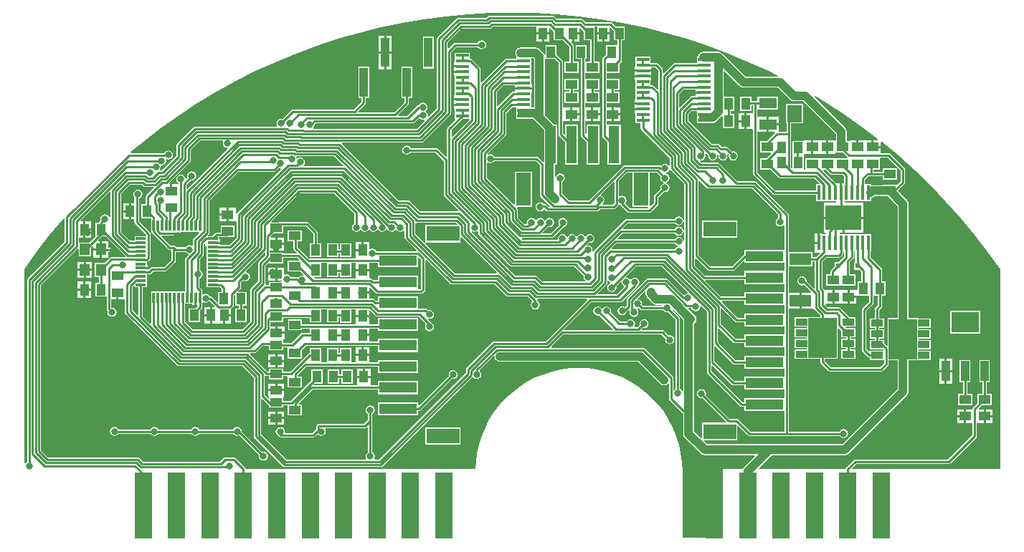
<source format=gtl>
G04*
G04 #@! TF.GenerationSoftware,Altium Limited,Altium Designer,18.1.7 (191)*
G04*
G04 Layer_Physical_Order=1*
G04 Layer_Color=255*
%FSLAX44Y44*%
%MOMM*%
G71*
G01*
G75*
%ADD10C,0.2540*%
%ADD14R,1.3000X4.5000*%
%ADD15R,1.8000X3.9000*%
%ADD16R,1.0200X3.5000*%
%ADD17R,1.0000X2.4000*%
%ADD18R,3.3000X2.4000*%
%ADD19R,1.4000X1.1000*%
%ADD20R,1.0000X1.4000*%
%ADD21R,0.4200X1.7800*%
%ADD22R,4.2000X3.0000*%
%ADD23R,1.5000X0.4000*%
%ADD24R,1.2000X0.3000*%
%ADD25R,0.3000X1.2000*%
%ADD26R,1.1000X1.4000*%
%ADD27R,1.2000X1.4000*%
%ADD28R,4.5000X1.3000*%
%ADD29R,3.9000X1.8000*%
%ADD30R,1.4000X1.0000*%
%ADD31R,3.3500X4.7000*%
%ADD32R,1.4500X0.8500*%
%ADD33R,0.5000X0.6000*%
%ADD34R,2.5000X1.4000*%
%ADD35R,1.8034X2.0066*%
%ADD36R,2.1590X1.2700*%
%ADD37R,2.0000X7.8740*%
%ADD62C,1.0160*%
%ADD63C,0.8000*%
G36*
X928675Y821454D02*
Y763894D01*
X925130D01*
Y763920D01*
Y770420D01*
Y776920D01*
Y782150D01*
X926400D01*
Y785420D01*
X916360D01*
X906320D01*
Y782780D01*
X904000D01*
X903009Y782583D01*
X902169Y782021D01*
X885820Y765672D01*
X884646Y766158D01*
Y782700D01*
X892547Y790600D01*
X906320D01*
Y787960D01*
X916360D01*
X926400D01*
Y791230D01*
X925130D01*
Y796420D01*
Y802920D01*
Y809420D01*
Y815920D01*
Y822360D01*
X927768D01*
X928675Y821454D01*
D02*
G37*
G36*
X1119680Y782977D02*
X1129720D01*
Y780437D01*
X1119680D01*
Y777797D01*
X1115341D01*
X1114350Y777600D01*
X1113510Y777038D01*
X1101043Y764572D01*
X1099870Y765058D01*
Y780338D01*
X1105149Y785617D01*
X1119680D01*
Y782977D01*
D02*
G37*
G36*
X794038Y751088D02*
X795782Y749924D01*
X797838Y749515D01*
X798872Y749720D01*
X799498Y748550D01*
X790137Y739190D01*
X668453D01*
X668082Y740221D01*
X668036Y740460D01*
X669174Y742164D01*
X669583Y744220D01*
X670533Y745186D01*
X785876D01*
X786867Y745383D01*
X787707Y745945D01*
X792958Y751195D01*
X794038Y751088D01*
D02*
G37*
G36*
X852531Y749650D02*
X832349Y729468D01*
X831176Y729954D01*
Y737844D01*
X844252Y750920D01*
X852156D01*
X852531Y749650D01*
D02*
G37*
G36*
X1171187Y789452D02*
X1173288Y788048D01*
X1175765Y787556D01*
X1216593D01*
X1230562Y773586D01*
X1232662Y772183D01*
X1235140Y771690D01*
X1246404D01*
X1285145Y732949D01*
Y726482D01*
X1284620Y725430D01*
X1276350D01*
Y717390D01*
Y709350D01*
X1284620D01*
Y710620D01*
X1293587D01*
X1298649Y705559D01*
X1298842Y705430D01*
X1298456Y704160D01*
X1284590D01*
Y704160D01*
X1283350D01*
Y704160D01*
X1266810D01*
Y704160D01*
X1265570D01*
Y704160D01*
X1265540Y704160D01*
X1249030D01*
Y690963D01*
X1248326Y690456D01*
X1247576Y690840D01*
X1247400Y691001D01*
Y706930D01*
X1247400D01*
Y708170D01*
X1247743Y709298D01*
X1247760Y709350D01*
X1248670Y709350D01*
X1256030D01*
Y717390D01*
Y725430D01*
X1248372D01*
X1247760Y725430D01*
X1246788Y724710D01*
X1246490Y724710D01*
X1233860D01*
Y708170D01*
X1233860D01*
Y706930D01*
X1233860D01*
Y692727D01*
X1232592Y692154D01*
X1231950Y692652D01*
Y732790D01*
Y745617D01*
X1246415D01*
Y768223D01*
X1225841D01*
Y745617D01*
X1226770D01*
Y735380D01*
X1217967D01*
Y742950D01*
X1205902D01*
Y735330D01*
X1212632D01*
X1213158Y734060D01*
X1203258Y724160D01*
X1195690D01*
Y710620D01*
X1208058D01*
X1208544Y709447D01*
X1203258Y704160D01*
X1195690D01*
Y690620D01*
X1208337D01*
X1217529Y681429D01*
X1218369Y680867D01*
X1219360Y680670D01*
X1259681D01*
X1265578Y674773D01*
X1265092Y673600D01*
X1261510D01*
Y666020D01*
X1213433D01*
X1192580Y686873D01*
Y735330D01*
X1203362D01*
Y744220D01*
Y753110D01*
X1192580D01*
Y762000D01*
X1216697D01*
Y777240D01*
X1192567D01*
Y772210D01*
X1185170D01*
Y776620D01*
X1171630D01*
Y760080D01*
X1185170D01*
Y767030D01*
X1187400D01*
Y758318D01*
X1186440Y757570D01*
X1186130Y757570D01*
X1179670D01*
Y748030D01*
Y738490D01*
X1186130D01*
X1186440Y738490D01*
X1187400Y737742D01*
Y685800D01*
X1187597Y684809D01*
X1188159Y683969D01*
X1210529Y661599D01*
X1211369Y661037D01*
X1212360Y660840D01*
X1261510D01*
Y653260D01*
X1285342D01*
X1285570Y653032D01*
X1285463Y651414D01*
X1285268Y651270D01*
X1270590D01*
Y635000D01*
X1294130D01*
X1317670D01*
Y651270D01*
X1296492D01*
X1295520Y651990D01*
Y653260D01*
X1326750D01*
Y657129D01*
X1328358Y657448D01*
X1330458Y658852D01*
X1330772Y659166D01*
X1340470D01*
Y658870D01*
X1346354D01*
X1358026Y647198D01*
Y514990D01*
X1346480D01*
Y482562D01*
X1345307Y482076D01*
X1342020Y485363D01*
Y489390D01*
X1336090D01*
Y491050D01*
X1342020D01*
Y502090D01*
X1336090D01*
Y503750D01*
X1342020D01*
Y514790D01*
X1336090D01*
Y524707D01*
X1339141Y527759D01*
X1339703Y528599D01*
X1339900Y529590D01*
Y541640D01*
X1343920D01*
Y558180D01*
X1339900D01*
Y571809D01*
X1339703Y572800D01*
X1339141Y573640D01*
X1325971Y586811D01*
Y593860D01*
X1326751D01*
Y614200D01*
X1289919D01*
X1289691Y614428D01*
X1289798Y616046D01*
X1289992Y616190D01*
X1292860D01*
Y632460D01*
X1270590D01*
Y616190D01*
X1272269D01*
X1273240Y615470D01*
Y614200D01*
X1269520D01*
Y615470D01*
X1266150D01*
Y604030D01*
X1264880D01*
Y602760D01*
X1260240D01*
Y592590D01*
X1265488D01*
X1265974Y591417D01*
X1261717Y587160D01*
X1257100D01*
Y592840D01*
X1229560D01*
X1229410Y594048D01*
Y636890D01*
X1229213Y637881D01*
X1228651Y638721D01*
X1190928Y676445D01*
X1190087Y677006D01*
X1189096Y677203D01*
X1168547D01*
X1147249Y698501D01*
X1146409Y699063D01*
X1145418Y699260D01*
X1125853D01*
X1124625Y700489D01*
X1125250Y701659D01*
X1125764Y701557D01*
X1127821Y701966D01*
X1129564Y703130D01*
X1130728Y704874D01*
X1131137Y706930D01*
X1130728Y708986D01*
X1130828Y709137D01*
X1132458Y709303D01*
X1134432Y707329D01*
X1134352Y706930D01*
X1134762Y704874D01*
X1135926Y703130D01*
X1137669Y701966D01*
X1139726Y701557D01*
X1141782Y701966D01*
X1143525Y703130D01*
X1144690Y704874D01*
X1145099Y706930D01*
X1145036Y707246D01*
X1146186Y707974D01*
X1146468Y707765D01*
X1146302Y706930D01*
X1146711Y704874D01*
X1147876Y703130D01*
X1149619Y701966D01*
X1151675Y701557D01*
X1153731Y701966D01*
X1155475Y703130D01*
X1156639Y704874D01*
X1157048Y706930D01*
X1156700Y708679D01*
X1157771Y709405D01*
X1158819Y708357D01*
X1158535Y706930D01*
X1158944Y704874D01*
X1160109Y703130D01*
X1161852Y701966D01*
X1163908Y701557D01*
X1165965Y701966D01*
X1167708Y703130D01*
X1168873Y704874D01*
X1169281Y706930D01*
X1168873Y708986D01*
X1167708Y710729D01*
X1165965Y711894D01*
X1163908Y712303D01*
X1162481Y712019D01*
X1157660Y716841D01*
X1156819Y717403D01*
X1155828Y717600D01*
X1150056D01*
X1147004Y720651D01*
X1146164Y721213D01*
X1145173Y721410D01*
X1138453D01*
X1111300Y748563D01*
Y756727D01*
X1114190Y759617D01*
X1120950D01*
Y752437D01*
Y745937D01*
X1128435D01*
X1128555Y745913D01*
X1139610D01*
X1142087Y746406D01*
X1144188Y747810D01*
X1150360Y753982D01*
X1151630Y753456D01*
Y739760D01*
X1165170D01*
Y756300D01*
X1160990D01*
Y760080D01*
X1165170D01*
Y776620D01*
X1152775D01*
Y806205D01*
X1153948Y806691D01*
X1171187Y789452D01*
D02*
G37*
G36*
X907590Y757420D02*
Y750920D01*
X925130D01*
Y750946D01*
X927435D01*
X930571Y747810D01*
X940450Y737931D01*
Y700075D01*
X939180Y699548D01*
X933328Y705401D01*
X932488Y705962D01*
X931497Y706159D01*
X881644D01*
X880836Y707369D01*
X879093Y708534D01*
X877036Y708943D01*
X875354Y708608D01*
X874242Y709141D01*
X873956Y709377D01*
X873892Y709805D01*
X895318Y731230D01*
X895879Y732070D01*
X896076Y733061D01*
Y757828D01*
X902849Y764600D01*
X907590D01*
Y757420D01*
D02*
G37*
G36*
X935320Y696083D02*
Y661196D01*
X935518Y660205D01*
X936079Y659365D01*
X947830Y647613D01*
X947344Y646440D01*
X945791D01*
X943239Y648993D01*
X942399Y649554D01*
X941407Y649751D01*
X940209D01*
X939790Y650380D01*
X938046Y651544D01*
X935990Y651954D01*
X933934Y651544D01*
X932190Y650380D01*
X931026Y648636D01*
X930617Y646580D01*
X931026Y644524D01*
X932190Y642781D01*
X933934Y641616D01*
X935990Y641207D01*
X938046Y641616D01*
X939790Y642781D01*
X940169Y643349D01*
X941433Y643473D01*
X942887Y642019D01*
X943728Y641458D01*
X944719Y641260D01*
X1002897D01*
X1003888Y641458D01*
X1004728Y642019D01*
X1006420Y643710D01*
X1022554D01*
X1023545Y643907D01*
X1024385Y644469D01*
X1027801Y647885D01*
X1028363Y648725D01*
X1028445Y649140D01*
X1029612Y649738D01*
X1029830Y649743D01*
X1030454Y649325D01*
X1030491Y649318D01*
X1030679Y649037D01*
X1039057Y640659D01*
X1039897Y640097D01*
X1040888Y639900D01*
X1065083D01*
X1066074Y640097D01*
X1066914Y640659D01*
X1074822Y648568D01*
X1075384Y649408D01*
X1075581Y650399D01*
Y657899D01*
X1081883Y664201D01*
X1083310Y663917D01*
X1085366Y664326D01*
X1087110Y665490D01*
X1088274Y667234D01*
X1088683Y669290D01*
X1088274Y671346D01*
X1087110Y673090D01*
X1085366Y674254D01*
X1084847Y674358D01*
Y675652D01*
X1085366Y675756D01*
X1087110Y676920D01*
X1088274Y678664D01*
X1088683Y680720D01*
X1088274Y682776D01*
X1087110Y684520D01*
X1085366Y685684D01*
X1085074Y685742D01*
Y687037D01*
X1085366Y687095D01*
X1087110Y688260D01*
X1088274Y690003D01*
X1088977Y690206D01*
X1089616Y690240D01*
X1106120Y673736D01*
Y630764D01*
X1104850Y630639D01*
X1104584Y631976D01*
X1103419Y633719D01*
X1101676Y634884D01*
X1099620Y635293D01*
X1097564Y634884D01*
X1095820Y633719D01*
X1095012Y632510D01*
X1038312D01*
X1037321Y632313D01*
X1036481Y631751D01*
X999305Y594576D01*
X998744Y593736D01*
X997575Y594098D01*
X997874Y595603D01*
X997465Y597659D01*
X996301Y599403D01*
X994557Y600567D01*
X992501Y600976D01*
X991666Y600810D01*
X991040Y601981D01*
X993130Y604071D01*
X994557Y603787D01*
X996614Y604196D01*
X998357Y605361D01*
X999522Y607104D01*
X999931Y609160D01*
X999522Y611216D01*
X998357Y612960D01*
X996614Y614124D01*
X994557Y614533D01*
X992501Y614124D01*
X990758Y612960D01*
X990167Y612076D01*
X988640D01*
X988049Y612960D01*
X986306Y614124D01*
X984250Y614533D01*
X982194Y614124D01*
X980451Y612960D01*
X979570Y611642D01*
X979525Y611625D01*
X978205D01*
X978159Y611642D01*
X977279Y612960D01*
X975536Y614124D01*
X973480Y614533D01*
X971424Y614124D01*
X969680Y612960D01*
X968581Y611314D01*
X967911Y611244D01*
X967240Y611314D01*
X966141Y612960D01*
X964398Y614124D01*
X962341Y614533D01*
X960285Y614124D01*
X958542Y612960D01*
X957377Y611216D01*
X956968Y609160D01*
X957014Y608928D01*
X956208Y607947D01*
X914628D01*
X914180Y608520D01*
X914797Y609790D01*
X949198D01*
X950189Y609987D01*
X951029Y610549D01*
X963426Y622945D01*
X964716Y623202D01*
X966460Y624367D01*
X967624Y626110D01*
X968033Y628166D01*
X967624Y630223D01*
X966460Y631966D01*
X964716Y633130D01*
X962660Y633540D01*
X960604Y633130D01*
X958860Y631966D01*
X957696Y630223D01*
X957287Y628166D01*
X957696Y626110D01*
X958324Y625169D01*
X948125Y614970D01*
X939113D01*
X938627Y616143D01*
X945489Y623005D01*
X946916Y622721D01*
X948972Y623130D01*
X950715Y624295D01*
X951880Y626039D01*
X952289Y628095D01*
X951880Y630151D01*
X950715Y631894D01*
X948972Y633059D01*
X946916Y633468D01*
X944860Y633059D01*
X943117Y631894D01*
X942365Y630769D01*
X940879D01*
X940127Y631894D01*
X938384Y633059D01*
X936328Y633468D01*
X934271Y633059D01*
X932528Y631894D01*
X931858Y630891D01*
X930339Y630904D01*
X929630Y631966D01*
X927886Y633130D01*
X925830Y633540D01*
X923774Y633130D01*
X922030Y631966D01*
X920866Y630223D01*
X920457Y628166D01*
X920569Y627600D01*
X919556Y626400D01*
X917409D01*
X909656Y634152D01*
Y643309D01*
X909459Y644300D01*
X908898Y645140D01*
X908541Y645497D01*
X909027Y646670D01*
X926490D01*
Y688210D01*
X905950D01*
Y649747D01*
X904777Y649261D01*
X873086Y680952D01*
Y698343D01*
X874356Y699022D01*
X874980Y698605D01*
X877036Y698196D01*
X879093Y698605D01*
X880836Y699770D01*
X881644Y700980D01*
X930424D01*
X935320Y696083D01*
D02*
G37*
G36*
X929091Y875680D02*
X955176Y874215D01*
X981188Y871776D01*
X1007091Y868365D01*
X1032848Y863989D01*
X1058423Y858653D01*
X1083781Y852364D01*
X1108885Y845131D01*
X1133702Y836965D01*
X1158197Y827877D01*
X1182334Y817879D01*
X1206080Y806985D01*
X1216471Y801740D01*
X1216177Y800504D01*
X1178447D01*
X1150879Y828073D01*
X1148778Y829476D01*
X1146300Y829969D01*
X1145920Y829894D01*
X1145540Y829969D01*
X1128555D01*
X1126077Y829476D01*
X1123977Y828073D01*
X1122573Y825973D01*
X1122176Y823977D01*
X1120950D01*
Y816797D01*
X1095093D01*
X1094102Y816600D01*
X1093261Y816038D01*
X1081993Y804770D01*
X1080820Y805256D01*
Y809093D01*
X1080623Y810084D01*
X1080061Y810924D01*
X1074947Y816038D01*
X1074107Y816600D01*
X1073116Y816797D01*
X1065990D01*
Y823977D01*
X1058090D01*
X1058000Y824037D01*
X1057009Y824235D01*
X1056018Y824037D01*
X1055927Y823977D01*
X1048450D01*
Y812247D01*
X1047180D01*
Y808977D01*
X1057220D01*
X1067260D01*
Y811617D01*
X1072043D01*
X1075640Y808020D01*
Y785799D01*
X1074467Y785313D01*
X1069741Y790038D01*
X1068901Y790600D01*
X1067910Y790797D01*
X1065990D01*
Y796667D01*
X1067260D01*
Y799937D01*
X1057220D01*
X1047180D01*
Y796667D01*
X1048450D01*
Y784937D01*
Y773247D01*
X1047180D01*
Y769977D01*
X1057220D01*
Y767437D01*
X1047180D01*
Y764167D01*
Y763477D01*
X1057220D01*
Y760937D01*
X1047180D01*
Y757667D01*
X1048450D01*
Y745937D01*
X1054630D01*
Y739710D01*
X1054827Y738719D01*
X1055389Y737879D01*
X1088742Y704526D01*
Y695703D01*
X1087472Y695317D01*
X1087110Y695859D01*
X1085366Y697024D01*
X1083310Y697433D01*
X1081254Y697024D01*
X1079510Y695859D01*
X1079313Y695564D01*
X1078719Y695369D01*
X1077642Y695333D01*
X1077119Y695683D01*
X1076128Y695880D01*
X1035785D01*
X1034794Y695683D01*
X1033954Y695121D01*
X992893Y654060D01*
X970261D01*
X962341Y661980D01*
Y676112D01*
X963551Y676920D01*
X964716Y678664D01*
X965125Y680720D01*
X964716Y682776D01*
X963551Y684520D01*
X961808Y685684D01*
X959752Y686093D01*
X957695Y685684D01*
X955952Y684520D01*
X954787Y682776D01*
X954695Y682310D01*
X953425Y682435D01*
Y696670D01*
X955990D01*
Y744210D01*
X952166D01*
X951528Y745165D01*
X941624Y755069D01*
Y820530D01*
X942420Y821470D01*
X942894Y821470D01*
X953298D01*
X957655Y817113D01*
Y732223D01*
X957852Y731232D01*
X958413Y730392D01*
X965450Y723355D01*
Y696670D01*
X980990D01*
Y744210D01*
X965450D01*
Y732339D01*
X964277Y731853D01*
X962834Y733296D01*
Y746679D01*
X963280Y747764D01*
X964104Y747764D01*
X971550D01*
Y755804D01*
Y763844D01*
X964104D01*
X963280Y763844D01*
X962834Y764929D01*
Y818186D01*
X962637Y819177D01*
X962076Y820017D01*
X954960Y827132D01*
Y838010D01*
X942420D01*
Y826642D01*
X941150Y826517D01*
X941131Y826613D01*
X939727Y828714D01*
X935028Y833413D01*
X932928Y834816D01*
X930450Y835309D01*
X913130D01*
X910652Y834816D01*
X908552Y833413D01*
X907148Y831312D01*
X906656Y828835D01*
X907148Y826357D01*
X907590Y825696D01*
Y821780D01*
X895767D01*
X894776Y821583D01*
X893935Y821021D01*
X866770Y793856D01*
X865596Y794342D01*
Y809972D01*
X865399Y810963D01*
X864838Y811804D01*
X855620Y821021D01*
X854780Y821583D01*
X853789Y821780D01*
X852630D01*
Y828960D01*
X835090D01*
Y817230D01*
X833820D01*
Y813960D01*
X843860D01*
Y811420D01*
X833820D01*
Y808150D01*
Y807460D01*
X843860D01*
Y804920D01*
X833820D01*
Y801650D01*
X835090D01*
Y789920D01*
Y778230D01*
X833820D01*
Y774960D01*
X843860D01*
Y772420D01*
X833820D01*
Y769150D01*
Y768460D01*
X843860D01*
Y765920D01*
X833820D01*
Y762650D01*
X835090D01*
Y750920D01*
X835268D01*
X835754Y749747D01*
X826755Y740748D01*
X826194Y739907D01*
X825997Y738916D01*
Y706245D01*
X824823Y705759D01*
X815011Y715571D01*
X814171Y716133D01*
X813180Y716330D01*
X783118D01*
X782309Y717540D01*
X780566Y718704D01*
X778510Y719113D01*
X776454Y718704D01*
X774710Y717540D01*
X773546Y715796D01*
X773137Y713740D01*
X773546Y711684D01*
X774710Y709940D01*
X776454Y708776D01*
X778510Y708367D01*
X780566Y708776D01*
X782309Y709940D01*
X783118Y711150D01*
X812107D01*
X822187Y701071D01*
Y660941D01*
X822384Y659950D01*
X822945Y659110D01*
X839385Y642670D01*
X838859Y641400D01*
X794169D01*
X782038Y653531D01*
X781197Y654093D01*
X780206Y654290D01*
X768649D01*
X701628Y721310D01*
X702154Y722580D01*
X795945D01*
X796936Y722777D01*
X797776Y723339D01*
X829871Y755434D01*
X830433Y756274D01*
X830630Y757265D01*
Y829427D01*
X836813Y835610D01*
X862416D01*
X863224Y834400D01*
X864968Y833236D01*
X867024Y832827D01*
X869080Y833236D01*
X870823Y834400D01*
X871988Y836144D01*
X872397Y838200D01*
X871988Y840256D01*
X870823Y842000D01*
X869080Y843164D01*
X867024Y843573D01*
X864968Y843164D01*
X863224Y842000D01*
X862416Y840790D01*
X835740D01*
X834749Y840593D01*
X833909Y840031D01*
X827993Y834115D01*
X826820Y834601D01*
Y840979D01*
X843264Y857423D01*
X876077D01*
X877068Y857620D01*
X877908Y858182D01*
X879687Y859960D01*
X931650D01*
Y853010D01*
X939190D01*
X946730D01*
Y857878D01*
X947903Y858364D01*
X951920Y854348D01*
Y843470D01*
X962798D01*
X970230Y836037D01*
Y818329D01*
X964550D01*
Y804789D01*
X981090D01*
Y818329D01*
X975410D01*
Y837110D01*
X975213Y838101D01*
X974651Y838941D01*
X972566Y841027D01*
X973052Y842200D01*
X973480D01*
Y851740D01*
X974750D01*
Y853010D01*
X982290D01*
Y857878D01*
X983463Y858364D01*
X987480Y854348D01*
Y843470D01*
X994782D01*
Y818329D01*
X989102Y818329D01*
X988896Y819513D01*
Y821470D01*
X990520D01*
Y838010D01*
X977980D01*
Y821470D01*
X983717D01*
Y731161D01*
X983914Y730170D01*
X984475Y729330D01*
X990450Y723355D01*
Y696670D01*
X1005990D01*
Y744210D01*
X990450D01*
Y733555D01*
X989180Y732879D01*
X988896Y733070D01*
Y747764D01*
X996102D01*
Y755804D01*
Y763844D01*
X988896D01*
Y767849D01*
X989102Y769034D01*
X990166Y769034D01*
X1005642D01*
Y782574D01*
X999962D01*
Y784789D01*
X1005642D01*
Y798329D01*
X989102Y798329D01*
X988896Y799513D01*
Y803604D01*
X989102Y804789D01*
X990166Y804789D01*
X1005642D01*
Y818329D01*
X999962D01*
Y843470D01*
X1000020D01*
Y859740D01*
X1003012D01*
Y853010D01*
X1010552D01*
X1018092D01*
Y857878D01*
X1019265Y858364D01*
X1023282Y854348D01*
Y843470D01*
X1026963D01*
Y839015D01*
X1026322Y838010D01*
X1013782D01*
Y827132D01*
X1009951Y823301D01*
X1009389Y822461D01*
X1009192Y821470D01*
Y730686D01*
X1009389Y729695D01*
X1009951Y728854D01*
X1015450Y723355D01*
Y696670D01*
X1030990D01*
Y744210D01*
X1015450D01*
Y744210D01*
X1014372Y744673D01*
Y747764D01*
X1020052D01*
Y755804D01*
Y763844D01*
X1014372D01*
Y769034D01*
X1029592D01*
Y782574D01*
X1023912D01*
Y784789D01*
X1029592D01*
Y798329D01*
X1014372D01*
Y804789D01*
X1029592D01*
Y816166D01*
X1031384Y817958D01*
X1031945Y818798D01*
X1032142Y819789D01*
Y843470D01*
X1035822D01*
Y860010D01*
X1024945D01*
X1020793Y864161D01*
X1019953Y864723D01*
X1018962Y864920D01*
X989621D01*
X986407Y868134D01*
X985566Y868695D01*
X984575Y868893D01*
X955476D01*
X952368Y872001D01*
X951527Y872563D01*
X950536Y872760D01*
X875458D01*
X874467Y872563D01*
X873627Y872001D01*
X871848Y870222D01*
X839035D01*
X838044Y870025D01*
X837204Y869464D01*
X814779Y847039D01*
X814217Y846199D01*
X814020Y845208D01*
Y763073D01*
X804176Y753228D01*
X803006Y753854D01*
X803211Y754888D01*
X802802Y756944D01*
X801637Y758688D01*
X800912Y759172D01*
Y760442D01*
X801359Y760741D01*
X802524Y762484D01*
X802933Y764540D01*
X802524Y766596D01*
X801359Y768339D01*
X799616Y769504D01*
X797560Y769913D01*
X795504Y769504D01*
X793761Y768339D01*
X792967Y767152D01*
X792935Y767159D01*
X791944Y766961D01*
X791104Y766400D01*
X778880Y754176D01*
X768789D01*
X768303Y755349D01*
X780341Y767387D01*
X780903Y768228D01*
X781100Y769219D01*
Y775260D01*
X784880D01*
Y812800D01*
X772140D01*
Y775260D01*
X775920D01*
Y770292D01*
X763615Y757986D01*
X721238D01*
X720751Y759159D01*
X729541Y767949D01*
X730103Y768789D01*
X730300Y769780D01*
Y775260D01*
X734080D01*
Y812800D01*
X721340D01*
Y775260D01*
X725120D01*
Y770853D01*
X716063Y761796D01*
X643636D01*
X642645Y761599D01*
X641805Y761037D01*
X631347Y750579D01*
X629920Y750863D01*
X627864Y750454D01*
X626120Y749289D01*
X624956Y747546D01*
X624547Y745490D01*
X624956Y743434D01*
X625373Y742810D01*
X624694Y741540D01*
X528579D01*
X527588Y741343D01*
X526748Y740781D01*
X507508Y721542D01*
X506947Y720702D01*
X506750Y719711D01*
Y707276D01*
X489082Y689608D01*
X487631D01*
X486952Y690878D01*
X487369Y691502D01*
X487778Y693559D01*
X487561Y694648D01*
X488641Y695728D01*
X488950Y695667D01*
X491006Y696076D01*
X492749Y697241D01*
X493914Y698984D01*
X494323Y701040D01*
X494134Y701990D01*
X494283Y702230D01*
X495235Y702967D01*
X496849Y702646D01*
X498905Y703055D01*
X500648Y704220D01*
X501813Y705963D01*
X502222Y708019D01*
X501813Y710076D01*
X500648Y711819D01*
X498905Y712983D01*
X496849Y713393D01*
X494793Y712983D01*
X493050Y711819D01*
X491983Y710223D01*
X452940D01*
X452509Y711418D01*
X467401Y723756D01*
X488128Y739660D01*
X509436Y754779D01*
X531293Y769090D01*
X553671Y782574D01*
X576537Y795211D01*
X599860Y806985D01*
X623606Y817879D01*
X647743Y827877D01*
X672238Y836965D01*
X697055Y845131D01*
X722160Y852364D01*
X747517Y858653D01*
X773092Y863989D01*
X798849Y868365D01*
X824752Y871776D01*
X850764Y874215D01*
X876849Y875680D01*
X902970Y876168D01*
X929091Y875680D01*
D02*
G37*
G36*
X703536Y695913D02*
X703050Y694740D01*
X657023D01*
X656652Y695771D01*
X656606Y696010D01*
X657744Y697714D01*
X658153Y699770D01*
X657744Y701826D01*
X656580Y703569D01*
X654836Y704734D01*
X652780Y705143D01*
X650724Y704734D01*
X649248Y703748D01*
X648261Y704001D01*
X647890Y704224D01*
X647676Y705298D01*
X648398Y706568D01*
X692880D01*
X703536Y695913D01*
D02*
G37*
G36*
X1357876Y693321D02*
X1356991Y692410D01*
X1340470D01*
Y688390D01*
X1329740D01*
Y690620D01*
X1336690D01*
Y704160D01*
X1337695Y704800D01*
X1346397D01*
X1357876Y693321D01*
D02*
G37*
G36*
X1361390Y689807D02*
Y676713D01*
X1357886Y673208D01*
X1357010Y672410D01*
Y672410D01*
X1357010Y672410D01*
X1340470D01*
Y672114D01*
X1328090D01*
X1327732Y672043D01*
X1326750Y672849D01*
Y673600D01*
X1319470D01*
Y679029D01*
X1323651Y683210D01*
X1326506D01*
X1327310Y683050D01*
X1340470D01*
Y678870D01*
X1357010D01*
Y692392D01*
X1357921Y693276D01*
X1361390Y689807D01*
D02*
G37*
G36*
X561407Y723660D02*
X561047Y721849D01*
X561456Y719792D01*
X562621Y718049D01*
X564364Y716884D01*
X566267Y716506D01*
X566940Y715382D01*
X519383Y667826D01*
X518210Y668312D01*
Y672938D01*
X523382Y678111D01*
X524510Y677887D01*
X526566Y678296D01*
X528310Y679461D01*
X529474Y681204D01*
X529883Y683260D01*
X529474Y685316D01*
X528310Y687059D01*
X526566Y688224D01*
X524510Y688633D01*
X522454Y688224D01*
X520710Y687059D01*
X519546Y685316D01*
X519137Y683260D01*
X519480Y681534D01*
X518299Y680352D01*
X516921Y680770D01*
X516774Y681506D01*
X515610Y683250D01*
X513866Y684414D01*
X511810Y684823D01*
X509754Y684414D01*
X508010Y683250D01*
X506846Y681506D01*
X506437Y679450D01*
X506846Y677394D01*
X508010Y675650D01*
X509220Y674842D01*
Y673360D01*
X501650D01*
Y665320D01*
X499110D01*
Y673360D01*
X498120D01*
X497593Y674630D01*
X522601Y699637D01*
X523162Y700477D01*
X523359Y701469D01*
Y713903D01*
X534386Y724930D01*
X560730D01*
X561407Y723660D01*
D02*
G37*
G36*
X1278341Y685239D02*
X1279181Y684677D01*
X1280172Y684480D01*
X1293057D01*
X1294790Y682747D01*
Y674870D01*
X1292150D01*
Y663430D01*
X1289610D01*
Y674870D01*
X1286240D01*
Y674870D01*
X1284970Y674424D01*
X1284695Y674699D01*
X1284351Y675213D01*
X1270118Y689447D01*
X1270604Y690620D01*
X1272959D01*
X1278341Y685239D01*
D02*
G37*
G36*
X1023380Y675563D02*
Y650789D01*
X1021481Y648890D01*
X1009533D01*
X1009147Y650160D01*
X1010219Y650876D01*
X1011384Y652619D01*
X1011793Y654676D01*
X1011384Y656732D01*
X1010219Y658475D01*
X1008476Y659640D01*
X1007740Y659786D01*
X1007322Y661164D01*
X1022207Y676049D01*
X1023380Y675563D01*
D02*
G37*
G36*
X1078221Y682147D02*
X1077937Y680720D01*
X1078346Y678664D01*
X1079510Y676920D01*
X1081254Y675756D01*
X1081773Y675652D01*
Y674358D01*
X1081254Y674254D01*
X1079510Y673090D01*
X1078346Y671346D01*
X1077937Y669290D01*
X1078221Y667863D01*
X1071160Y660803D01*
X1070599Y659962D01*
X1070402Y658971D01*
Y651471D01*
X1066760Y647830D01*
X1065490Y648356D01*
Y686890D01*
X1073477D01*
X1078221Y682147D01*
D02*
G37*
G36*
X1044950Y646670D02*
X1062623D01*
X1063302Y645400D01*
X1063088Y645080D01*
X1041961D01*
X1036406Y650635D01*
X1037474Y652234D01*
X1037883Y654290D01*
X1037474Y656346D01*
X1036310Y658089D01*
X1034566Y659254D01*
X1032510Y659663D01*
X1030454Y659254D01*
X1029830Y658837D01*
X1028560Y659516D01*
Y677014D01*
X1038436Y686890D01*
X1044950D01*
Y646670D01*
D02*
G37*
G36*
X629462Y692567D02*
X629478Y692570D01*
X630103Y691400D01*
X578149Y639445D01*
X577750Y638848D01*
X576515Y639045D01*
X576480Y639059D01*
Y645412D01*
X568210D01*
Y637372D01*
Y629332D01*
X576120D01*
X576480Y629332D01*
X577391Y628464D01*
Y610131D01*
X569010Y601750D01*
X557770D01*
Y602890D01*
X549230D01*
Y605430D01*
X557770D01*
Y608200D01*
X556500D01*
Y610980D01*
X558670D01*
Y610602D01*
X575210D01*
Y624142D01*
X558670D01*
Y616160D01*
X553640D01*
X552649Y615963D01*
X551809Y615401D01*
X548338Y611930D01*
X544002D01*
X543516Y613103D01*
X544707Y614294D01*
X545269Y615135D01*
X545466Y616126D01*
Y654255D01*
X579500Y688289D01*
X622050D01*
X623041Y688486D01*
X623881Y689047D01*
X627743Y692909D01*
X629462Y692567D01*
D02*
G37*
G36*
X428130Y663903D02*
Y634856D01*
X426860Y634617D01*
X425868Y636101D01*
X424125Y637266D01*
X422069Y637675D01*
X420013Y637266D01*
X418270Y636101D01*
X417105Y634358D01*
X416696Y632302D01*
X416980Y630875D01*
X415839Y629734D01*
X415277Y628894D01*
X415106Y628030D01*
X410900D01*
Y611490D01*
X410900Y611490D01*
X410900D01*
X410126Y610588D01*
X404008Y604470D01*
X391170D01*
Y610220D01*
X396400D01*
Y619760D01*
Y629300D01*
X393528D01*
X393042Y630473D01*
X426957Y664389D01*
X428130Y663903D01*
D02*
G37*
G36*
X1106120Y629076D02*
Y618701D01*
X1104850Y618576D01*
X1104584Y619913D01*
X1103419Y621657D01*
X1101676Y622821D01*
X1099620Y623230D01*
X1097564Y622821D01*
X1095820Y621657D01*
X1095012Y620447D01*
X1034161D01*
X1033675Y621620D01*
X1039385Y627330D01*
X1095012D01*
X1095820Y626120D01*
X1097564Y624956D01*
X1099620Y624547D01*
X1101676Y624956D01*
X1103419Y626120D01*
X1104584Y627864D01*
X1104850Y629201D01*
X1106120Y629076D01*
D02*
G37*
G36*
Y617013D02*
Y606634D01*
X1104850Y606509D01*
X1104584Y607846D01*
X1103419Y609590D01*
X1101676Y610754D01*
X1099620Y611163D01*
X1097564Y610754D01*
X1095820Y609590D01*
X1095012Y608380D01*
X1027482D01*
X1026996Y609553D01*
X1032710Y615267D01*
X1095012D01*
X1095820Y614058D01*
X1097564Y612893D01*
X1099620Y612484D01*
X1101676Y612893D01*
X1103419Y614058D01*
X1104584Y615801D01*
X1104850Y617138D01*
X1106120Y617013D01*
D02*
G37*
G36*
X533417Y615717D02*
X526825Y609125D01*
X526264Y608285D01*
X526067Y607294D01*
Y601178D01*
X524797Y600499D01*
X523878Y601113D01*
X521822Y601522D01*
X519765Y601113D01*
X518022Y599948D01*
X517214Y598738D01*
X506596D01*
X504871Y600463D01*
X504031Y601025D01*
X503040Y601222D01*
X499351D01*
X488715Y611857D01*
X489201Y613030D01*
X505410D01*
Y612730D01*
X505607Y611739D01*
X506169Y610899D01*
X507009Y610337D01*
X508000Y610140D01*
X508991Y610337D01*
X509831Y610899D01*
X510393Y611739D01*
X510590Y612730D01*
Y614680D01*
X510403Y615620D01*
X510397Y615679D01*
X511106Y616890D01*
X532931D01*
X533417Y615717D01*
D02*
G37*
G36*
X790445Y628095D02*
X836337D01*
X838188Y626243D01*
X837702Y625070D01*
X800432D01*
Y604785D01*
X799354Y604067D01*
X788720Y614701D01*
Y627255D01*
X788871Y627468D01*
X789990Y628185D01*
X790445Y628095D01*
D02*
G37*
G36*
X446470Y588250D02*
X445944Y586980D01*
X429360D01*
X428369Y586783D01*
X427529Y586221D01*
X421778Y580470D01*
X409900D01*
Y563930D01*
X414580D01*
Y556910D01*
X410900D01*
Y540370D01*
X424141D01*
Y525770D01*
X424338Y524778D01*
X424899Y523938D01*
X425441Y523397D01*
X425157Y521970D01*
X425566Y519914D01*
X426730Y518171D01*
X428474Y517006D01*
X430530Y516597D01*
X432586Y517006D01*
X434329Y518171D01*
X435494Y519914D01*
X435903Y521970D01*
X435494Y524026D01*
X434329Y525770D01*
X432586Y526934D01*
X430530Y527343D01*
X430302Y527298D01*
X429320Y528104D01*
Y536950D01*
X435610D01*
Y544990D01*
X438150D01*
Y536950D01*
X445720D01*
Y521477D01*
X445917Y520486D01*
X446479Y519646D01*
X506946Y459179D01*
X507786Y458617D01*
X508777Y458420D01*
X583913D01*
X597580Y444753D01*
Y375190D01*
X597777Y374199D01*
X598339Y373359D01*
X632089Y339609D01*
X632929Y339047D01*
X633920Y338850D01*
X748133D01*
X749124Y339047D01*
X749965Y339609D01*
X855594Y445238D01*
X856858Y445113D01*
X857261Y444510D01*
X859004Y443346D01*
X861060Y442937D01*
X863116Y443346D01*
X864859Y444510D01*
X866024Y446254D01*
X866433Y448310D01*
X866024Y450366D01*
X864859Y452109D01*
X864695Y452220D01*
X864533Y453855D01*
X881072Y470393D01*
X882204Y469729D01*
X882663Y467422D01*
X884067Y465322D01*
X886167Y463918D01*
X888645Y463426D01*
X1051418D01*
X1077462Y437382D01*
X1079562Y435978D01*
X1082040Y435486D01*
X1084518Y435978D01*
X1086564Y437346D01*
X1087093Y437239D01*
X1087834Y437015D01*
Y419969D01*
X1088031Y418978D01*
X1088593Y418138D01*
X1103432Y403299D01*
X1104273Y402737D01*
X1104776Y402637D01*
Y378460D01*
X1105268Y375982D01*
X1106672Y373882D01*
X1125722Y354832D01*
X1127822Y353428D01*
X1130300Y352936D01*
X1189210D01*
X1189696Y351762D01*
X1176524Y338590D01*
X1175161Y336550D01*
X1151890D01*
Y255512D01*
X1103872D01*
Y334010D01*
X1103873D01*
X1103408Y344657D01*
X1102017Y355223D01*
X1099711Y365628D01*
X1096506Y375792D01*
X1092428Y385638D01*
X1087506Y395092D01*
X1081780Y404080D01*
X1075293Y412535D01*
X1068092Y420392D01*
X1060235Y427593D01*
X1051780Y434080D01*
X1042792Y439807D01*
X1033338Y444728D01*
X1023492Y448806D01*
X1013328Y452011D01*
X1002923Y454317D01*
X992357Y455708D01*
X981710Y456173D01*
X971063Y455708D01*
X960497Y454317D01*
X950092Y452011D01*
X939928Y448806D01*
X930082Y444728D01*
X920628Y439807D01*
X911640Y434080D01*
X903185Y427593D01*
X895328Y420392D01*
X888128Y412535D01*
X881640Y404080D01*
X875913Y395092D01*
X870993Y385638D01*
X866914Y375792D01*
X863709Y365628D01*
X861403Y355223D01*
X860012Y344657D01*
X859658Y336550D01*
X588132Y336550D01*
X587952Y337451D01*
X587391Y338291D01*
X575871Y349811D01*
X575031Y350373D01*
X574040Y350570D01*
X564358D01*
X563367Y350373D01*
X562527Y349811D01*
X558205Y345490D01*
X467059D01*
X462737Y349811D01*
X461897Y350373D01*
X460906Y350570D01*
X354749D01*
X346760Y358559D01*
Y554303D01*
X389630Y597173D01*
X390900Y596647D01*
Y587930D01*
X405440D01*
Y598577D01*
X407457Y600594D01*
X408630Y600108D01*
Y597470D01*
X415900D01*
Y605740D01*
X414262D01*
X413776Y606913D01*
X418353Y611490D01*
X423229D01*
X446470Y588250D01*
D02*
G37*
G36*
X1095820Y601991D02*
X1097564Y600826D01*
X1098586Y600622D01*
Y599328D01*
X1097564Y599124D01*
X1095820Y597960D01*
X1095012Y596750D01*
X1021240D01*
X1020754Y597923D01*
X1026031Y603200D01*
X1095012D01*
X1095820Y601991D01*
D02*
G37*
G36*
X716640Y638994D02*
Y626945D01*
X715431Y626137D01*
X714266Y624394D01*
X713857Y622337D01*
X714266Y620281D01*
X715431Y618538D01*
X717174Y617373D01*
X719230Y616964D01*
X721286Y617373D01*
X723029Y618538D01*
X723457Y619179D01*
X724727D01*
X725181Y618501D01*
X726924Y617336D01*
X728980Y616927D01*
X731036Y617336D01*
X732779Y618501D01*
X733296Y619274D01*
X734824D01*
X735340Y618501D01*
X737084Y617336D01*
X739140Y616927D01*
X741196Y617336D01*
X742940Y618501D01*
X743456Y619274D01*
X744984D01*
X745500Y618501D01*
X747244Y617336D01*
X749300Y616927D01*
X751356Y617336D01*
X753100Y618501D01*
X754264Y620244D01*
X754368Y620763D01*
X755662D01*
X755766Y620244D01*
X756930Y618501D01*
X758674Y617336D01*
X760730Y616927D01*
X762786Y617336D01*
X764529Y618501D01*
X765046Y619274D01*
X766574D01*
X767091Y618501D01*
X768834Y617336D01*
X770890Y616927D01*
X772946Y617336D01*
X774650Y618474D01*
X774889Y618428D01*
X775920Y618057D01*
Y610472D01*
X776117Y609481D01*
X776679Y608641D01*
X789717Y595603D01*
X789231Y594430D01*
X742464D01*
X741669Y595620D01*
X739926Y596784D01*
X737870Y597193D01*
X735814Y596784D01*
X735440Y596535D01*
X734320Y597133D01*
Y605039D01*
X727550D01*
Y595499D01*
X726280D01*
Y594229D01*
X718240D01*
Y585959D01*
X717206Y585390D01*
X662919D01*
X649860Y598449D01*
Y605990D01*
X654470D01*
Y618530D01*
X637930D01*
Y605990D01*
X644680D01*
Y597376D01*
X644877Y596385D01*
X645439Y595545D01*
X648586Y592398D01*
X648100Y591225D01*
X632470D01*
Y592350D01*
X616860D01*
Y595220D01*
X622930D01*
Y602760D01*
Y610300D01*
X618198D01*
X617672Y611570D01*
X621592Y615490D01*
X632470D01*
Y623520D01*
X659344D01*
X668130Y614734D01*
Y603769D01*
X663950D01*
Y587229D01*
X677490D01*
Y603769D01*
X673310D01*
Y615807D01*
X673113Y616798D01*
X672551Y617638D01*
X662248Y627941D01*
X661408Y628503D01*
X660417Y628700D01*
X628550D01*
X627559Y628503D01*
X626852Y628030D01*
X618823D01*
X618337Y629203D01*
X652024Y662890D01*
X692744D01*
X716640Y638994D01*
D02*
G37*
G36*
X651571Y584023D02*
X651085Y582850D01*
X637930D01*
Y570310D01*
X652534D01*
X656624Y566220D01*
X655999Y565049D01*
X654823Y565283D01*
X652767Y564874D01*
X651023Y563709D01*
X649504Y563722D01*
X649488Y563733D01*
X648497Y563930D01*
X641179D01*
X640370Y565140D01*
X638627Y566304D01*
X636571Y566713D01*
X635010Y566403D01*
X633740Y567198D01*
Y574620D01*
X625470D01*
Y567080D01*
Y559540D01*
X630635D01*
X630953Y559008D01*
X630234Y557738D01*
X615740D01*
Y554500D01*
X612455D01*
X612212Y554711D01*
X611574Y555770D01*
X611685Y556330D01*
Y576916D01*
X614975Y580206D01*
X615930Y579810D01*
Y579810D01*
X632470D01*
Y586045D01*
X649549D01*
X651571Y584023D01*
D02*
G37*
G36*
X1132436Y668972D02*
X1133277Y668411D01*
X1134268Y668214D01*
X1186445D01*
X1216693Y637966D01*
Y633258D01*
X1215484Y632449D01*
X1214319Y630706D01*
X1213910Y628650D01*
X1214319Y626594D01*
X1215484Y624851D01*
X1217227Y623686D01*
X1219283Y623277D01*
X1221339Y623686D01*
X1222960Y624769D01*
X1224230Y624456D01*
Y595770D01*
X1177020D01*
Y590330D01*
X1176730Y590272D01*
X1175890Y589711D01*
X1162409Y576230D01*
X1136479D01*
X1122980Y589729D01*
Y676769D01*
X1124154Y677255D01*
X1132436Y668972D01*
D02*
G37*
G36*
X795248Y584683D02*
Y549631D01*
X794496Y548879D01*
X792258D01*
X791972Y550030D01*
X791972D01*
Y565570D01*
X744432D01*
Y560390D01*
X738403D01*
X737364Y561429D01*
X736524Y561990D01*
X735533Y562188D01*
X735527D01*
X734320Y562339D01*
Y570609D01*
X726280D01*
X718240D01*
Y562339D01*
X717033Y562188D01*
X669006D01*
X668905Y562339D01*
X669584Y563609D01*
X677490D01*
Y580149D01*
X678735Y580210D01*
X682706D01*
X683950Y580149D01*
X683950Y578940D01*
Y563609D01*
X697490D01*
Y568580D01*
X699510D01*
Y563609D01*
X713050D01*
X713050Y580149D01*
X714295Y580210D01*
X718240D01*
Y573149D01*
X726280D01*
X734320D01*
Y580210D01*
X744432D01*
Y575030D01*
X791972D01*
Y586300D01*
X793145Y586786D01*
X795248Y584683D01*
D02*
G37*
G36*
X467284Y671079D02*
X468124Y670517D01*
X469115Y670320D01*
X479219D01*
X479705Y669147D01*
X470898Y660340D01*
X470337Y659500D01*
X470140Y658508D01*
Y649620D01*
X464672D01*
Y633080D01*
X476640D01*
Y631430D01*
X476460D01*
Y616890D01*
X476797D01*
X476837Y616689D01*
X477399Y615849D01*
X496447Y596801D01*
X497287Y596239D01*
X498278Y596042D01*
X500450D01*
Y583775D01*
X492035Y575360D01*
X477910D01*
X476919Y575163D01*
X476079Y574601D01*
X474040Y572562D01*
X473249Y572890D01*
X464230D01*
Y575430D01*
X472770D01*
Y578200D01*
X471500D01*
Y581610D01*
X471693D01*
X472684Y581807D01*
X473524Y582369D01*
X475541Y584386D01*
X476103Y585226D01*
X476300Y586217D01*
Y614187D01*
X476103Y615178D01*
X475541Y616018D01*
X462071Y629488D01*
Y656584D01*
X463066Y656782D01*
X464809Y657946D01*
X465974Y659690D01*
X466383Y661746D01*
X465974Y663802D01*
X464809Y665545D01*
X463066Y666710D01*
X461010Y667119D01*
X458954Y666710D01*
X457211Y665545D01*
X456046Y663802D01*
X455637Y661746D01*
X456046Y659690D01*
X456892Y658423D01*
Y650890D01*
X452712D01*
Y641350D01*
Y631810D01*
X456892D01*
Y628415D01*
X457089Y627424D01*
X457650Y626584D01*
X471034Y613200D01*
X470913Y611930D01*
X456960D01*
Y606750D01*
X451459D01*
X440930Y617279D01*
Y662197D01*
X451783Y673050D01*
X465312D01*
X467284Y671079D01*
D02*
G37*
G36*
X884512Y569132D02*
X884026Y567958D01*
X835463D01*
X799969Y603452D01*
X800687Y604530D01*
X841972D01*
Y610012D01*
X843145Y610498D01*
X884512Y569132D01*
D02*
G37*
G36*
X1133575Y571809D02*
X1134415Y571248D01*
X1135406Y571050D01*
X1163482D01*
X1164473Y571248D01*
X1165313Y571809D01*
X1175847Y582343D01*
X1177020Y581857D01*
Y580230D01*
X1224230D01*
Y570770D01*
X1177020D01*
Y565470D01*
X1130663D01*
X1118920Y577213D01*
Y584805D01*
X1120093Y585291D01*
X1133575Y571809D01*
D02*
G37*
G36*
X611680Y592331D02*
Y589624D01*
X603454Y581398D01*
X602893Y580558D01*
X602696Y579567D01*
Y558981D01*
X594077Y550362D01*
X593516Y549521D01*
X593318Y548531D01*
Y510892D01*
X584127Y501700D01*
X525631D01*
X516820Y510511D01*
Y531890D01*
X525190D01*
Y530620D01*
X527960D01*
Y539160D01*
X530500D01*
Y530620D01*
X531381D01*
X531533Y529350D01*
X528873Y526690D01*
X520618D01*
Y510150D01*
X534158D01*
Y524651D01*
X536061Y526553D01*
X536623Y527394D01*
X536820Y528385D01*
Y531890D01*
X537000D01*
Y533301D01*
X538270Y533979D01*
X538964Y533516D01*
X541020Y533107D01*
X543076Y533516D01*
X544819Y534680D01*
X545944Y534791D01*
X551602Y529133D01*
X551116Y527960D01*
X548658D01*
Y518420D01*
Y508880D01*
X561500D01*
Y518420D01*
X562770D01*
Y519690D01*
X570810D01*
Y526453D01*
X570953Y526549D01*
X573331Y528927D01*
X573893Y529767D01*
X574090Y530758D01*
Y541902D01*
X574530Y542233D01*
X575800Y541599D01*
Y529650D01*
X579980D01*
Y526690D01*
X576000D01*
Y510150D01*
X589540D01*
Y526690D01*
X585160D01*
Y529650D01*
X589340D01*
Y546190D01*
X579452D01*
X578966Y547363D01*
X580193Y548590D01*
X580390D01*
X581381Y548787D01*
X582221Y549349D01*
X582783Y550189D01*
X582980Y551180D01*
Y557877D01*
X582966Y557946D01*
X584744Y559724D01*
X585954Y558916D01*
X588010Y558507D01*
X590066Y558916D01*
X591810Y560080D01*
X592974Y561824D01*
X593383Y563880D01*
X592974Y565936D01*
X591810Y567679D01*
X590066Y568844D01*
X588618Y569132D01*
X588172Y570482D01*
X610507Y592817D01*
X611680Y592331D01*
D02*
G37*
G36*
X856464Y617336D02*
X858520Y616927D01*
X860576Y617336D01*
X861297Y617817D01*
X862567Y617138D01*
Y615720D01*
X862764Y614729D01*
X863325Y613888D01*
X900358Y576856D01*
X901198Y576294D01*
X902189Y576097D01*
X975981D01*
X987306Y564773D01*
X987128Y563880D01*
X987537Y561824D01*
X988702Y560080D01*
X989350Y559647D01*
X988964Y558377D01*
X938247D01*
X932233Y564392D01*
X931393Y564953D01*
X930402Y565150D01*
X906595D01*
X854874Y616871D01*
X855684Y617857D01*
X856464Y617336D01*
D02*
G37*
G36*
X1307791Y580970D02*
X1306870D01*
Y572430D01*
X1312397D01*
X1314720Y570107D01*
Y558180D01*
X1310380D01*
Y548795D01*
X1309460Y547950D01*
X1309110Y547950D01*
X1301190D01*
Y541180D01*
X1309879D01*
X1310380Y541640D01*
X1310730Y541640D01*
X1323920D01*
X1324560Y540635D01*
Y534473D01*
X1316429Y526341D01*
X1315867Y525501D01*
X1315670Y524510D01*
Y477520D01*
X1315867Y476529D01*
X1316429Y475689D01*
X1322779Y469339D01*
X1323619Y468777D01*
X1324610Y468580D01*
X1324980D01*
Y465650D01*
X1342020D01*
X1342340Y464513D01*
Y462203D01*
X1337387Y457250D01*
X1278693D01*
X1271630Y464313D01*
Y466720D01*
X1287060D01*
Y502970D01*
X1288330Y503496D01*
X1291520Y500305D01*
Y492320D01*
X1297450D01*
Y490660D01*
X1291520D01*
Y479620D01*
X1297450D01*
Y477960D01*
X1291520D01*
Y466920D01*
X1308560D01*
Y477960D01*
X1302630D01*
Y479620D01*
X1308560D01*
Y490660D01*
X1302630D01*
Y492320D01*
X1308560D01*
Y503360D01*
X1296476D01*
X1296187Y503750D01*
X1296826Y505020D01*
X1308560D01*
Y516060D01*
X1301163D01*
X1290225Y526997D01*
X1289385Y527559D01*
X1288394Y527756D01*
X1275501D01*
X1272657Y530600D01*
X1273183Y531870D01*
X1280870D01*
Y539910D01*
Y547950D01*
X1272845Y547950D01*
X1272492Y547983D01*
X1271473Y548294D01*
X1271065Y548904D01*
X1269190Y550779D01*
Y581919D01*
X1273961Y586690D01*
X1288742D01*
X1289733Y586887D01*
X1290573Y587449D01*
X1292712Y589588D01*
X1293273Y590428D01*
X1293470Y591419D01*
Y593860D01*
X1294791D01*
Y587592D01*
X1288169Y580970D01*
X1283870D01*
Y576592D01*
X1279599Y572321D01*
X1279037Y571481D01*
X1278840Y570490D01*
Y566680D01*
X1273870D01*
Y553140D01*
X1290410D01*
Y553140D01*
X1291650D01*
Y553140D01*
X1308190D01*
Y566680D01*
X1301800D01*
Y581887D01*
X1305712Y585800D01*
X1306273Y586640D01*
X1306471Y587631D01*
Y593860D01*
X1307791D01*
Y580970D01*
D02*
G37*
G36*
X1260200Y550652D02*
X1259027Y550165D01*
X1250350Y558843D01*
X1250413Y559160D01*
X1250004Y561216D01*
X1248839Y562960D01*
X1247096Y564124D01*
X1245040Y564533D01*
X1242984Y564124D01*
X1241240Y562960D01*
X1240076Y561216D01*
X1239667Y559160D01*
X1240076Y557104D01*
X1241240Y555360D01*
X1242984Y554196D01*
X1245040Y553787D01*
X1247096Y554196D01*
X1247441Y554426D01*
X1255584Y546283D01*
X1255098Y545110D01*
X1244600D01*
Y535570D01*
Y526030D01*
X1258370D01*
X1258370Y526030D01*
X1259527Y525756D01*
X1259782Y525373D01*
X1266450Y518705D01*
Y516260D01*
X1251020D01*
Y516060D01*
X1236520D01*
Y505020D01*
X1251020D01*
Y503360D01*
X1236520D01*
Y492320D01*
X1251020D01*
Y490660D01*
X1236520D01*
Y479620D01*
X1251020D01*
Y477960D01*
X1236520D01*
Y466920D01*
X1251020D01*
Y466720D01*
X1266450D01*
Y463240D01*
X1266647Y462249D01*
X1267209Y461409D01*
X1275789Y452829D01*
X1276629Y452267D01*
X1277620Y452070D01*
X1338460D01*
X1339451Y452267D01*
X1340291Y452829D01*
X1346761Y459299D01*
X1347323Y460139D01*
X1347520Y461130D01*
Y465450D01*
X1358026D01*
Y431192D01*
X1292718Y365884D01*
X1132982D01*
X1129309Y369557D01*
X1129796Y370730D01*
X1168560D01*
Y387400D01*
X1169733Y387886D01*
X1180961Y376659D01*
X1181801Y376097D01*
X1182792Y375900D01*
X1226669D01*
X1226820Y375870D01*
X1226971Y375900D01*
X1289552D01*
X1290361Y374691D01*
X1292104Y373526D01*
X1294160Y373117D01*
X1296216Y373526D01*
X1297959Y374691D01*
X1299124Y376434D01*
X1299533Y378490D01*
X1299124Y380546D01*
X1297959Y382290D01*
X1296216Y383454D01*
X1294160Y383863D01*
X1292104Y383454D01*
X1290361Y382290D01*
X1289552Y381080D01*
X1229410D01*
Y526030D01*
X1242060D01*
Y535570D01*
Y545110D01*
X1229410D01*
Y575092D01*
X1229560Y576300D01*
X1257100D01*
Y581980D01*
X1260200D01*
Y550652D01*
D02*
G37*
G36*
X829402Y555917D02*
X830243Y555356D01*
X831234Y555159D01*
X882320D01*
X895800Y541679D01*
X896640Y541118D01*
X897631Y540920D01*
X921439D01*
X926600Y535759D01*
X926475Y534495D01*
X926282Y534366D01*
X925117Y532623D01*
X924708Y530567D01*
X925117Y528511D01*
X926282Y526767D01*
X928025Y525602D01*
X930082Y525193D01*
X932138Y525602D01*
X933881Y526767D01*
X935046Y528511D01*
X935455Y530567D01*
X935046Y532623D01*
X933881Y534366D01*
X932671Y535174D01*
Y535940D01*
X932523Y536688D01*
X932983Y537552D01*
X933316Y537958D01*
X990980D01*
X991466Y536785D01*
X942411Y487730D01*
X881380D01*
X880389Y487533D01*
X879549Y486971D01*
X848879Y456301D01*
X848317Y455461D01*
X848120Y454470D01*
Y450478D01*
X745482Y347840D01*
X740556D01*
X739877Y349110D01*
X740294Y349734D01*
X740703Y351790D01*
X740294Y353846D01*
X739129Y355589D01*
X737920Y356398D01*
Y393700D01*
Y401792D01*
X739129Y402601D01*
X740294Y404344D01*
X740703Y406400D01*
X740294Y408456D01*
X739129Y410200D01*
X737386Y411364D01*
X735330Y411773D01*
X733274Y411364D01*
X731531Y410200D01*
X730366Y408456D01*
X729957Y406400D01*
X730366Y404344D01*
X731531Y402601D01*
X732740Y401792D01*
Y394773D01*
X727907Y389940D01*
X674370D01*
X673379Y389743D01*
X672539Y389181D01*
X671977Y388341D01*
X671780Y387350D01*
Y383651D01*
X667487Y379358D01*
X635419D01*
X634613Y380340D01*
X634690Y380723D01*
X634281Y382780D01*
X633116Y384523D01*
X631373Y385688D01*
X629317Y386097D01*
X627260Y385688D01*
X625517Y384523D01*
X624474Y382962D01*
X624279Y382831D01*
X623717Y381991D01*
X623520Y381000D01*
X623717Y380009D01*
X624241Y379225D01*
X624352Y378667D01*
X625517Y376924D01*
X627260Y375759D01*
X627795Y375653D01*
X628511Y374937D01*
X629351Y374375D01*
X630342Y374178D01*
X668560D01*
X669551Y374375D01*
X670391Y374937D01*
X672732Y377278D01*
X673516Y377201D01*
X675259Y376036D01*
X677316Y375627D01*
X679372Y376036D01*
X681115Y377201D01*
X682280Y378944D01*
X682689Y381000D01*
X682280Y383056D01*
X681890Y383640D01*
X682488Y384760D01*
X728980D01*
X729971Y384957D01*
X730811Y385519D01*
X731567Y386274D01*
X732740Y385788D01*
Y356398D01*
X731531Y355589D01*
X730366Y353846D01*
X729957Y351790D01*
X730366Y349734D01*
X730783Y349110D01*
X730104Y347840D01*
X636571D01*
X606570Y377841D01*
Y419156D01*
X607743Y419642D01*
X614466Y412919D01*
X615307Y412357D01*
X615930Y412234D01*
Y409510D01*
X632470D01*
Y412160D01*
X637930D01*
Y400010D01*
X654470D01*
Y412550D01*
X651029D01*
X650503Y413820D01*
X666893Y430210D01*
X744432D01*
Y425030D01*
X791972D01*
Y440570D01*
X744432D01*
Y435390D01*
X736512D01*
X735590Y436230D01*
X735590Y436660D01*
Y444500D01*
X727550D01*
X719510D01*
Y436660D01*
X719510Y436230D01*
X718588Y435390D01*
X668344D01*
X667858Y436563D01*
X668794Y437500D01*
X678760D01*
Y454040D01*
X665220D01*
Y441250D01*
X641309Y417340D01*
X632470D01*
X632470Y422050D01*
X633603Y422380D01*
X633740D01*
Y428650D01*
X624200D01*
X614660D01*
Y422380D01*
X614797D01*
X615930Y422050D01*
X615930Y420440D01*
X614757Y419953D01*
X610380Y424330D01*
Y446458D01*
X611650Y446968D01*
X612130Y446647D01*
X613121Y446450D01*
X615930D01*
Y442650D01*
X632470D01*
Y446450D01*
X636975D01*
X637930Y445690D01*
Y433150D01*
X654470D01*
Y445690D01*
X649860D01*
Y447897D01*
X659762Y457800D01*
X744432D01*
Y450030D01*
X791972D01*
Y465570D01*
X744432D01*
Y462980D01*
X734320D01*
Y470020D01*
X726280D01*
X718240D01*
Y462980D01*
X714303D01*
X713050Y463020D01*
X713050Y464249D01*
Y479560D01*
X699510D01*
Y473880D01*
X697490D01*
Y479560D01*
X683950D01*
X683950Y463020D01*
X682697Y462980D01*
X678743D01*
X677490Y463020D01*
Y479560D01*
X663950D01*
Y473737D01*
X663071Y473563D01*
X662231Y473001D01*
X640860Y451630D01*
X632470D01*
Y455190D01*
X615930D01*
Y451630D01*
X614193D01*
X593336Y472487D01*
X593822Y473660D01*
X599003D01*
X599994Y473857D01*
X600834Y474419D01*
X608729Y482314D01*
X615930D01*
Y476940D01*
X632470D01*
Y480740D01*
X636975D01*
X637930Y479980D01*
Y467440D01*
X654470D01*
Y477368D01*
X659453Y482350D01*
X744432D01*
Y475030D01*
X791972D01*
Y490570D01*
X744432D01*
Y487530D01*
X734320D01*
Y494030D01*
X726280D01*
Y496570D01*
X734320D01*
Y502870D01*
X744432D01*
Y500030D01*
X791972D01*
Y515570D01*
X744432D01*
Y508050D01*
X735577D01*
X734320Y508080D01*
Y516350D01*
X726280D01*
X718240D01*
Y508080D01*
X716983Y508050D01*
X654768D01*
Y513483D01*
X638228D01*
Y500943D01*
X654768D01*
Y502870D01*
X663950D01*
Y497890D01*
X655320D01*
X654329Y497693D01*
X653489Y497131D01*
X642277Y485920D01*
X632470D01*
Y489480D01*
X633453Y490173D01*
X634038D01*
Y496443D01*
X624498D01*
Y497713D01*
X623228D01*
Y505253D01*
X617548D01*
Y510443D01*
X632768D01*
Y515030D01*
X663950D01*
Y509849D01*
X677490D01*
Y525319D01*
X683950D01*
Y509849D01*
X697490D01*
Y515830D01*
X699510D01*
Y509350D01*
X713050D01*
Y525319D01*
X718240D01*
Y518890D01*
X726280D01*
X734320D01*
Y523380D01*
X735493Y523866D01*
X741240Y518119D01*
X742081Y517557D01*
X743072Y517360D01*
X792037D01*
X801131Y508266D01*
X800216Y506896D01*
X799807Y504840D01*
X800216Y502784D01*
X801380Y501040D01*
X803124Y499876D01*
X805180Y499467D01*
X807236Y499876D01*
X808979Y501040D01*
X810144Y502784D01*
X810553Y504840D01*
X810144Y506896D01*
X808979Y508639D01*
X807236Y509804D01*
X806839Y509883D01*
X803658Y513065D01*
X804284Y514235D01*
X805180Y514057D01*
X807236Y514466D01*
X808979Y515630D01*
X810144Y517374D01*
X810553Y519430D01*
X810144Y521486D01*
X808979Y523229D01*
X807236Y524394D01*
X805180Y524803D01*
X803753Y524519D01*
X802681Y525591D01*
X801841Y526153D01*
X800850Y526350D01*
X791972D01*
Y540570D01*
X744432D01*
Y535390D01*
X742071D01*
X740101Y537360D01*
X739260Y537921D01*
X738269Y538119D01*
X734320D01*
Y543799D01*
X726280D01*
Y546339D01*
X734320D01*
Y550100D01*
X735493Y550586D01*
X741622Y544458D01*
X742462Y543896D01*
X743453Y543699D01*
X795569D01*
X796560Y543896D01*
X797400Y544458D01*
X799669Y546727D01*
X800230Y547567D01*
X800428Y548558D01*
Y583233D01*
X801601Y583719D01*
X829402Y555917D01*
D02*
G37*
G36*
X1016854Y558663D02*
X1018597Y557498D01*
X1018747Y557469D01*
Y556174D01*
X1018597Y556144D01*
X1016854Y554980D01*
X1015690Y553236D01*
X1015281Y551180D01*
X1015690Y549124D01*
X1016854Y547380D01*
X1018597Y546216D01*
X1020654Y545807D01*
X1022710Y546216D01*
X1024453Y547380D01*
X1025618Y549124D01*
X1026027Y551180D01*
X1025743Y552607D01*
X1031132Y557995D01*
X1032061Y557584D01*
X1032335Y557402D01*
X1032731Y555412D01*
X1033895Y553669D01*
X1034795Y553068D01*
X1034920Y551804D01*
X1026253Y543138D01*
X1003991D01*
X1003505Y544311D01*
X1014398Y555203D01*
X1014959Y556044D01*
X1015156Y557035D01*
Y558918D01*
X1016426Y559303D01*
X1016854Y558663D01*
D02*
G37*
G36*
X1110397Y545185D02*
X1109839Y543947D01*
X1108165Y543614D01*
X1106422Y542450D01*
X1105237Y542333D01*
X1086396Y561174D01*
X1085556Y561735D01*
X1084565Y561932D01*
X1062682D01*
X1061691Y561735D01*
X1060851Y561174D01*
X1038720Y539043D01*
X1038158Y538203D01*
X1037961Y537211D01*
Y530109D01*
X1035808Y527956D01*
X1034787Y528638D01*
X1032731Y529047D01*
X1030675Y528638D01*
X1028931Y527473D01*
X1027766Y525730D01*
X1027357Y523673D01*
X1027766Y521617D01*
X1028931Y519874D01*
X1030675Y518709D01*
X1032731Y518300D01*
X1034787Y518709D01*
X1036530Y519874D01*
X1037695Y521617D01*
X1037919Y522742D01*
X1040169Y524992D01*
X1041516Y524571D01*
X1041713Y523879D01*
X1041304Y521823D01*
X1041713Y519766D01*
X1042878Y518023D01*
X1044621Y516858D01*
X1046677Y516449D01*
X1048734Y516858D01*
X1050477Y518023D01*
X1051642Y519766D01*
X1052051Y521823D01*
X1051642Y523879D01*
X1050716Y525264D01*
X1050764Y525585D01*
X1051132Y526416D01*
X1051183Y526478D01*
X1052497Y526612D01*
X1053890Y525219D01*
X1054730Y524657D01*
X1055721Y524460D01*
X1081350D01*
X1082159Y523251D01*
X1083902Y522086D01*
X1085958Y521677D01*
X1087385Y521961D01*
X1095960Y513385D01*
Y431328D01*
X1094751Y430519D01*
X1094284Y429821D01*
X1093014Y430206D01*
Y444352D01*
X1092817Y445343D01*
X1092255Y446183D01*
X1059088Y479351D01*
X1058247Y479913D01*
X1057256Y480110D01*
X949406D01*
X948919Y481283D01*
X963185Y495548D01*
X1079157D01*
X1083888Y490817D01*
X1083604Y489390D01*
X1084013Y487334D01*
X1085178Y485591D01*
X1086921Y484426D01*
X1088977Y484017D01*
X1091034Y484426D01*
X1092777Y485591D01*
X1093942Y487334D01*
X1094351Y489390D01*
X1093942Y491446D01*
X1092777Y493190D01*
X1091034Y494354D01*
X1088977Y494763D01*
X1087551Y494479D01*
X1082061Y499969D01*
X1081221Y500531D01*
X1080230Y500728D01*
X1056075D01*
X1055589Y501901D01*
X1057087Y503399D01*
X1058514Y503115D01*
X1060570Y503524D01*
X1062313Y504688D01*
X1063478Y506432D01*
X1063887Y508488D01*
X1063478Y510544D01*
X1062313Y512287D01*
X1060570Y513452D01*
X1058514Y513861D01*
X1056457Y513452D01*
X1054714Y512287D01*
X1053549Y510544D01*
X1053140Y508488D01*
X1053424Y507061D01*
X1050901Y504538D01*
X1048018D01*
X1047339Y505808D01*
X1047756Y506432D01*
X1048165Y508488D01*
X1047756Y510544D01*
X1046591Y512287D01*
X1044848Y513452D01*
X1042792Y513861D01*
X1040735Y513452D01*
X1038992Y512287D01*
X1038184Y511078D01*
X1030321D01*
X1019461Y521937D01*
X1019745Y523364D01*
X1019336Y525421D01*
X1018171Y527164D01*
X1016428Y528329D01*
X1014372Y528738D01*
X1012316Y528329D01*
X1010572Y527164D01*
X1009893Y526148D01*
X1008366D01*
X1007687Y527164D01*
X1005944Y528329D01*
X1003887Y528738D01*
X1001831Y528329D01*
X1000088Y527164D01*
X998923Y525421D01*
X998514Y523364D01*
X998923Y521308D01*
X1000088Y519565D01*
X1001831Y518400D01*
X1003887Y517991D01*
X1005314Y518275D01*
X1021689Y501901D01*
X1021202Y500728D01*
X964393D01*
X963907Y501901D01*
X996154Y534148D01*
X1030828D01*
X1031819Y534345D01*
X1032659Y534907D01*
X1049581Y551828D01*
X1050143Y552668D01*
X1050171Y552809D01*
X1051550Y553731D01*
X1052714Y555474D01*
X1053123Y557530D01*
X1052714Y559586D01*
X1051550Y561329D01*
X1049806Y562494D01*
X1047750Y562903D01*
X1045694Y562494D01*
X1043951Y561329D01*
X1043466Y560604D01*
X1041938D01*
X1041494Y561268D01*
X1039751Y562433D01*
X1037761Y562829D01*
X1037579Y563103D01*
X1037168Y564032D01*
X1049233Y576097D01*
X1079485D01*
X1110397Y545185D01*
D02*
G37*
G36*
X1177020Y555230D02*
X1224230D01*
Y545770D01*
X1177020D01*
Y540470D01*
X1149453D01*
X1130806Y559117D01*
X1131292Y560290D01*
X1177020D01*
Y555230D01*
D02*
G37*
G36*
X540690Y602515D02*
Y600120D01*
X541960D01*
Y591390D01*
Y581390D01*
Y571390D01*
Y561390D01*
Y551390D01*
X556500D01*
Y551570D01*
X558017D01*
X559980Y549607D01*
Y546190D01*
X555800D01*
Y533920D01*
X554627Y533434D01*
X547749Y540311D01*
X546909Y540873D01*
X545918Y541070D01*
X545628D01*
X544819Y542280D01*
X543076Y543444D01*
X541020Y543853D01*
X538964Y543444D01*
X538270Y542981D01*
X537000Y543660D01*
Y546430D01*
X536820D01*
Y547451D01*
X536623Y548442D01*
X536061Y549282D01*
X533260Y552084D01*
Y561780D01*
X534186Y561964D01*
X535929Y563129D01*
X537094Y564872D01*
X537503Y566928D01*
X537094Y568984D01*
X535929Y570728D01*
X534631Y571595D01*
Y585270D01*
X538108Y588747D01*
X538669Y589587D01*
X538866Y590578D01*
Y602707D01*
X539420Y603137D01*
X540690Y602515D01*
D02*
G37*
G36*
X1060432Y546246D02*
X1060308Y545622D01*
Y544033D01*
X1060529Y542925D01*
X1060702Y541809D01*
X1060774Y541691D01*
X1060801Y541555D01*
X1061429Y540616D01*
X1062016Y539651D01*
X1068114Y533018D01*
X1068226Y532937D01*
X1068303Y532822D01*
X1069242Y532194D01*
X1070154Y531528D01*
X1070288Y531495D01*
X1070403Y531418D01*
X1071511Y531198D01*
X1072609Y530931D01*
X1072745Y530952D01*
X1072881Y530926D01*
X1079219D01*
X1079939Y529656D01*
X1079929Y529640D01*
X1056865D01*
X1056019Y530589D01*
X1056274Y531870D01*
X1055865Y533926D01*
X1054700Y535670D01*
X1052957Y536834D01*
X1051342Y537156D01*
X1050812Y538422D01*
X1059262Y546872D01*
X1060432Y546246D01*
D02*
G37*
G36*
X1132790Y522792D02*
Y451370D01*
X1132987Y450379D01*
X1133549Y449539D01*
X1172039Y411049D01*
X1172879Y410487D01*
X1173870Y410290D01*
X1177020D01*
Y405230D01*
X1224230D01*
Y381080D01*
X1183865D01*
X1169413Y395531D01*
X1168573Y396093D01*
X1167582Y396290D01*
X1159313D01*
X1131449Y424153D01*
X1131733Y425580D01*
X1131324Y427636D01*
X1130159Y429380D01*
X1128416Y430544D01*
X1126360Y430953D01*
X1124304Y430544D01*
X1122561Y429380D01*
X1121396Y427636D01*
X1120987Y425580D01*
X1121396Y423524D01*
X1122561Y421781D01*
X1124304Y420616D01*
X1126360Y420207D01*
X1127787Y420491D01*
X1155738Y392540D01*
X1155211Y391270D01*
X1127020D01*
Y373506D01*
X1125847Y373019D01*
X1117724Y381142D01*
Y405130D01*
Y508734D01*
X1118494Y509248D01*
X1119898Y511349D01*
X1120390Y513826D01*
X1119898Y516304D01*
X1118494Y518405D01*
X1115828Y521071D01*
X1115535Y521267D01*
X1110560Y526242D01*
X1111046Y527415D01*
X1114525D01*
X1114716Y526454D01*
X1115881Y524711D01*
X1117624Y523546D01*
X1119680Y523137D01*
X1121736Y523546D01*
X1123480Y524711D01*
X1124644Y526454D01*
X1125053Y528511D01*
X1124998Y528788D01*
X1126169Y529413D01*
X1132790Y522792D01*
D02*
G37*
G36*
X456960Y552660D02*
Y551390D01*
X461640D01*
Y518857D01*
X460467Y518371D01*
X454710Y524128D01*
Y552069D01*
X455787Y553146D01*
X456960Y552660D01*
D02*
G37*
G36*
X1177020Y530230D02*
X1224230D01*
Y520770D01*
X1177020D01*
Y515470D01*
X1169065D01*
X1150418Y534117D01*
X1150904Y535290D01*
X1177020D01*
Y530230D01*
D02*
G37*
G36*
X518022Y592349D02*
X519765Y591184D01*
X520501Y591038D01*
X520919Y589660D01*
X517399Y586139D01*
X516837Y585299D01*
X516640Y584308D01*
Y546430D01*
X476460D01*
Y531890D01*
X476640D01*
Y509245D01*
X475467Y508759D01*
X466820Y517406D01*
Y551390D01*
X471500D01*
Y556390D01*
Y566570D01*
X474300D01*
X475291Y566767D01*
X476131Y567329D01*
X478983Y570180D01*
X493108D01*
X494099Y570377D01*
X494939Y570939D01*
X504871Y580871D01*
X505433Y581711D01*
X505630Y582702D01*
Y593376D01*
X505672Y593410D01*
X506418Y593559D01*
X517214D01*
X518022Y592349D01*
D02*
G37*
G36*
X1166161Y511049D02*
X1167001Y510487D01*
X1167992Y510290D01*
X1177020D01*
Y505230D01*
X1224230D01*
Y495770D01*
X1177020D01*
Y490470D01*
X1166706D01*
X1149400Y507776D01*
Y526151D01*
X1150573Y526637D01*
X1166161Y511049D01*
D02*
G37*
G36*
X1334720Y530663D02*
X1331669Y527611D01*
X1331107Y526771D01*
X1330910Y525780D01*
Y514790D01*
X1324980D01*
Y503750D01*
X1330910D01*
Y502090D01*
X1324980D01*
Y491050D01*
X1330910D01*
Y489390D01*
X1324980D01*
Y478350D01*
X1340988D01*
X1341291Y477960D01*
X1340669Y476690D01*
X1324980D01*
Y476122D01*
X1323807Y475636D01*
X1320850Y478593D01*
Y523437D01*
X1328981Y531569D01*
X1329543Y532409D01*
X1329740Y533400D01*
Y540635D01*
X1330380Y541640D01*
X1334720D01*
Y530663D01*
D02*
G37*
G36*
X1163802Y486049D02*
X1164643Y485487D01*
X1165634Y485290D01*
X1177020D01*
Y480230D01*
X1224230D01*
Y470770D01*
X1177020D01*
Y465470D01*
X1166533D01*
X1145590Y486413D01*
Y502602D01*
X1146763Y503088D01*
X1163802Y486049D01*
D02*
G37*
G36*
X1163629Y461049D02*
X1164469Y460487D01*
X1165460Y460290D01*
X1177020D01*
Y455230D01*
X1224230D01*
Y445770D01*
X1177020D01*
Y440470D01*
X1165260D01*
X1141780Y463950D01*
Y481239D01*
X1142953Y481725D01*
X1163629Y461049D01*
D02*
G37*
G36*
X1104372Y514117D02*
X1104314Y513826D01*
X1104776Y511508D01*
Y428945D01*
X1103514Y428776D01*
X1102349Y430519D01*
X1101140Y431328D01*
Y514458D01*
X1100943Y515449D01*
X1100381Y516289D01*
X1092052Y524618D01*
X1092057Y524636D01*
X1093464Y525025D01*
X1104372Y514117D01*
D02*
G37*
G36*
X1162356Y436049D02*
X1163196Y435487D01*
X1164187Y435290D01*
X1177020D01*
Y430230D01*
X1224230D01*
Y420770D01*
X1177020D01*
Y415470D01*
X1174943D01*
X1137970Y452443D01*
Y458776D01*
X1139143Y459262D01*
X1162356Y436049D01*
D02*
G37*
G36*
X373942Y632962D02*
X374560Y632591D01*
Y605593D01*
X330909Y561941D01*
X330347Y561101D01*
X330150Y560110D01*
Y344968D01*
X328941Y344160D01*
X328232Y343099D01*
X326962Y343484D01*
X326962Y572797D01*
X340880Y592412D01*
X356784Y613139D01*
X373290Y633061D01*
X373942Y632962D01*
D02*
G37*
G36*
X1274647Y769090D02*
X1296504Y754779D01*
X1317812Y739660D01*
X1334790Y726633D01*
X1334382Y725430D01*
X1329690D01*
Y718660D01*
X1337960D01*
Y722586D01*
X1339230Y723183D01*
X1358657Y707088D01*
X1378137Y689679D01*
X1396953Y671553D01*
X1415079Y652737D01*
X1432488Y633257D01*
X1449156Y613139D01*
X1465060Y592412D01*
X1478978Y572797D01*
X1478978Y336550D01*
X1304532D01*
X1304046Y337723D01*
X1309173Y342850D01*
X1418590D01*
X1419581Y343047D01*
X1420421Y343609D01*
X1450901Y374089D01*
X1451463Y374929D01*
X1451660Y375920D01*
Y390900D01*
X1459370D01*
Y398940D01*
Y406980D01*
X1454002D01*
X1453516Y408153D01*
X1457533Y412170D01*
X1468910D01*
Y425710D01*
X1463230D01*
Y439060D01*
X1466910D01*
Y465600D01*
X1454370D01*
Y439060D01*
X1458050D01*
Y425710D01*
X1452370D01*
Y414333D01*
X1447239Y409201D01*
X1446677Y408361D01*
X1446480Y407370D01*
Y406980D01*
X1438910D01*
Y398940D01*
Y390900D01*
X1446480D01*
Y376993D01*
X1417517Y348030D01*
X1308100D01*
X1307109Y347833D01*
X1306269Y347271D01*
X1297349Y338351D01*
X1296787Y337511D01*
X1296596Y336550D01*
X1194456D01*
X1193969Y337723D01*
X1209182Y352936D01*
X1295400D01*
X1297878Y353428D01*
X1299978Y354832D01*
X1369078Y423932D01*
X1370482Y426032D01*
X1370975Y428510D01*
Y465450D01*
X1382520D01*
Y465650D01*
X1397020D01*
Y476690D01*
X1382520D01*
Y478350D01*
X1397020D01*
Y489390D01*
X1382520D01*
Y491050D01*
X1397020D01*
Y502090D01*
X1382520D01*
Y503750D01*
X1397020D01*
Y514790D01*
X1382520D01*
Y514990D01*
X1370975D01*
Y649880D01*
X1370482Y652357D01*
X1369078Y654458D01*
X1357769Y665767D01*
X1365811Y673809D01*
X1366373Y674649D01*
X1366570Y675640D01*
Y690880D01*
X1366373Y691871D01*
X1365811Y692711D01*
X1349301Y709221D01*
X1348461Y709783D01*
X1347470Y709980D01*
X1337960D01*
Y716120D01*
X1328420D01*
Y717390D01*
X1327150D01*
Y725430D01*
X1311910D01*
Y717390D01*
X1309370D01*
Y725430D01*
X1301100D01*
Y724160D01*
X1298094D01*
Y735630D01*
X1297601Y738108D01*
X1296198Y740208D01*
X1259906Y776500D01*
X1260688Y777501D01*
X1274647Y769090D01*
D02*
G37*
%LPC*%
G36*
X1177130Y757570D02*
X1170360D01*
Y749300D01*
X1177130D01*
Y757570D01*
D02*
G37*
G36*
X1217967Y753110D02*
X1205902D01*
Y745490D01*
X1217967D01*
Y753110D01*
D02*
G37*
G36*
X1177130Y746760D02*
X1170360D01*
Y738490D01*
X1177130D01*
Y746760D01*
D02*
G37*
G36*
X1258570Y725430D02*
Y717390D01*
Y709350D01*
X1273810D01*
Y717390D01*
Y725430D01*
X1258570D01*
D02*
G37*
G36*
X1317670Y632460D02*
X1295400D01*
Y616190D01*
X1317670D01*
Y632460D01*
D02*
G37*
G36*
X1263610Y615470D02*
X1260240D01*
Y605300D01*
X1263610D01*
Y615470D01*
D02*
G37*
G36*
X1018092Y850470D02*
X1011822D01*
Y842200D01*
X1018092D01*
Y850470D01*
D02*
G37*
G36*
X1009282D02*
X1003012D01*
Y842200D01*
X1009282D01*
Y850470D01*
D02*
G37*
G36*
X982290D02*
X976020D01*
Y842200D01*
X982290D01*
Y850470D01*
D02*
G37*
G36*
X946730D02*
X940460D01*
Y842200D01*
X946730D01*
Y850470D01*
D02*
G37*
G36*
X937920D02*
X931650D01*
Y842200D01*
X937920D01*
Y850470D01*
D02*
G37*
G36*
X760750Y849070D02*
X754380D01*
Y830300D01*
X760750D01*
Y849070D01*
D02*
G37*
G36*
X751840D02*
X745470D01*
Y830300D01*
X751840D01*
Y849070D01*
D02*
G37*
G36*
X810280Y847800D02*
X797540D01*
Y810260D01*
X810280D01*
Y847800D01*
D02*
G37*
G36*
X760750Y827760D02*
X754380D01*
Y808990D01*
X760750D01*
Y827760D01*
D02*
G37*
G36*
X751840D02*
X745470D01*
Y808990D01*
X751840D01*
Y827760D01*
D02*
G37*
G36*
X1067260Y806437D02*
X1057220D01*
X1047180D01*
Y803167D01*
Y802477D01*
X1057220D01*
X1067260D01*
Y803167D01*
Y806437D01*
D02*
G37*
G36*
X981090Y798329D02*
X964550D01*
Y784789D01*
X970230D01*
Y782574D01*
X964550D01*
Y769034D01*
X981090D01*
Y782574D01*
X975410D01*
Y784789D01*
X981090D01*
Y798329D01*
D02*
G37*
G36*
X1006912Y763844D02*
X998642D01*
Y757074D01*
X1006912D01*
Y763844D01*
D02*
G37*
G36*
X1030862Y763844D02*
X1022592D01*
Y757074D01*
X1030862D01*
Y763844D01*
D02*
G37*
G36*
X974090Y763844D02*
Y757074D01*
X982360D01*
Y763844D01*
X974090D01*
D02*
G37*
G36*
X1006912Y754534D02*
X998642D01*
Y747764D01*
X1006912D01*
Y754534D01*
D02*
G37*
G36*
X1030862Y754534D02*
X1022592D01*
Y747764D01*
X1030862D01*
Y754534D01*
D02*
G37*
G36*
X982360Y754534D02*
X974090D01*
Y747764D01*
X982360D01*
Y754534D01*
D02*
G37*
G36*
X565670Y645412D02*
X557400D01*
Y638642D01*
X565670D01*
Y645412D01*
D02*
G37*
G36*
Y636102D02*
X557400D01*
Y629332D01*
X565670D01*
Y636102D01*
D02*
G37*
G36*
X405710Y629300D02*
X398940D01*
Y621030D01*
X405710D01*
Y629300D01*
D02*
G37*
G36*
Y618490D02*
X398940D01*
Y610220D01*
X405710D01*
Y618490D01*
D02*
G37*
G36*
X425710Y605740D02*
X418440D01*
Y596200D01*
Y586660D01*
X425710D01*
Y593040D01*
X431800D01*
X432791Y593237D01*
X433631Y593799D01*
X434193Y594639D01*
X434390Y595630D01*
X434193Y596621D01*
X433631Y597461D01*
X432791Y598023D01*
X431800Y598220D01*
X425710D01*
Y605740D01*
D02*
G37*
G36*
X415900Y594930D02*
X408630D01*
Y586660D01*
X415900D01*
Y594930D01*
D02*
G37*
G36*
X406710Y581740D02*
X399440D01*
Y573470D01*
X406710D01*
Y581740D01*
D02*
G37*
G36*
X396900D02*
X389630D01*
Y573470D01*
X396900D01*
Y581740D01*
D02*
G37*
G36*
X406710Y570930D02*
X399440D01*
Y562660D01*
X406710D01*
Y570930D01*
D02*
G37*
G36*
X396900D02*
X389630D01*
Y562660D01*
X396900D01*
Y570930D01*
D02*
G37*
G36*
X405710Y558180D02*
X398940D01*
Y549910D01*
X405710D01*
Y558180D01*
D02*
G37*
G36*
X396400D02*
X389630D01*
Y549910D01*
X396400D01*
Y558180D01*
D02*
G37*
G36*
X405710Y547370D02*
X398940D01*
Y539100D01*
X405710D01*
Y547370D01*
D02*
G37*
G36*
X396400D02*
X389630D01*
Y539100D01*
X396400D01*
Y547370D01*
D02*
G37*
G36*
X578256Y386373D02*
X576199Y385964D01*
X574456Y384799D01*
X573648Y383590D01*
X533333D01*
X532525Y384799D01*
X530782Y385964D01*
X528726Y386373D01*
X526669Y385964D01*
X524926Y384799D01*
X524118Y383590D01*
X485073D01*
X484265Y384799D01*
X482522Y385964D01*
X480466Y386373D01*
X478409Y385964D01*
X476666Y384799D01*
X475858Y383590D01*
X438083D01*
X437275Y384799D01*
X435532Y385964D01*
X433476Y386373D01*
X431419Y385964D01*
X429676Y384799D01*
X428511Y383056D01*
X428102Y381000D01*
X428511Y378944D01*
X429676Y377201D01*
X431419Y376036D01*
X433476Y375627D01*
X435532Y376036D01*
X437275Y377201D01*
X438083Y378410D01*
X475858D01*
X476666Y377201D01*
X478409Y376036D01*
X480466Y375627D01*
X482522Y376036D01*
X484265Y377201D01*
X485073Y378410D01*
X524118D01*
X524926Y377201D01*
X526669Y376036D01*
X528726Y375627D01*
X530782Y376036D01*
X532525Y377201D01*
X533333Y378410D01*
X573648D01*
X574456Y377201D01*
X576199Y376036D01*
X578256Y375627D01*
X580312Y376036D01*
X580795Y376358D01*
X603937Y353217D01*
X603653Y351790D01*
X604062Y349734D01*
X605226Y347990D01*
X606970Y346826D01*
X609026Y346417D01*
X611082Y346826D01*
X612825Y347990D01*
X613990Y349734D01*
X614399Y351790D01*
X613990Y353846D01*
X612825Y355589D01*
X611082Y356754D01*
X609026Y357163D01*
X607599Y356879D01*
X583604Y380874D01*
X583629Y381000D01*
X583220Y383056D01*
X582055Y384799D01*
X580312Y385964D01*
X578256Y386373D01*
D02*
G37*
G36*
X841972Y386070D02*
X800432D01*
Y365530D01*
X841972D01*
Y386070D01*
D02*
G37*
G36*
X633740Y610300D02*
X625470D01*
Y604030D01*
X633740D01*
Y610300D01*
D02*
G37*
G36*
X725010Y605039D02*
X718240D01*
Y596769D01*
X725010D01*
Y605039D01*
D02*
G37*
G36*
X713050Y603769D02*
X699510D01*
Y596700D01*
X697490D01*
Y603769D01*
X683950D01*
Y587229D01*
X697490D01*
Y591520D01*
X699510D01*
Y587229D01*
X713050D01*
Y603769D01*
D02*
G37*
G36*
X633740Y601490D02*
X625470D01*
Y595220D01*
X633740D01*
Y601490D01*
D02*
G37*
G36*
X622930Y574620D02*
X614660D01*
Y568350D01*
X622930D01*
Y574620D01*
D02*
G37*
G36*
Y565810D02*
X614660D01*
Y559540D01*
X622930D01*
Y565810D01*
D02*
G37*
G36*
X1168560Y630270D02*
X1127020D01*
Y609730D01*
X1168560D01*
Y630270D01*
D02*
G37*
G36*
X450172Y650890D02*
X443402D01*
Y642620D01*
X450172D01*
Y650890D01*
D02*
G37*
G36*
Y640080D02*
X443402D01*
Y631810D01*
X450172D01*
Y640080D01*
D02*
G37*
G36*
X546118Y527960D02*
X539348D01*
Y519690D01*
X546118D01*
Y527960D01*
D02*
G37*
G36*
X570810Y517150D02*
X564040D01*
Y508880D01*
X570810D01*
Y517150D01*
D02*
G37*
G36*
X546118Y517150D02*
X539348D01*
Y508880D01*
X546118D01*
Y517150D01*
D02*
G37*
G36*
X1309460Y538640D02*
X1301190D01*
Y531870D01*
X1309460D01*
Y538640D01*
D02*
G37*
G36*
X1283410Y547950D02*
Y539910D01*
Y531870D01*
X1298650D01*
Y539910D01*
Y547950D01*
X1283410D01*
D02*
G37*
G36*
X634038Y505253D02*
X625768D01*
Y498983D01*
X634038D01*
Y505253D01*
D02*
G37*
G36*
X734320Y480830D02*
X727550D01*
Y472560D01*
X734320D01*
Y480830D01*
D02*
G37*
G36*
X725010D02*
X718240D01*
Y472560D01*
X725010D01*
Y480830D01*
D02*
G37*
G36*
X633740Y471750D02*
X625470D01*
Y465480D01*
X633740D01*
Y471750D01*
D02*
G37*
G36*
X622930D02*
X614660D01*
Y465480D01*
X622930D01*
Y471750D01*
D02*
G37*
G36*
X633740Y462940D02*
X625470D01*
Y456670D01*
X633740D01*
Y462940D01*
D02*
G37*
G36*
X622930D02*
X614660D01*
Y456670D01*
X622930D01*
Y462940D01*
D02*
G37*
G36*
X714320Y454040D02*
X700780D01*
Y448360D01*
X698760D01*
Y454040D01*
X685220D01*
Y437500D01*
X698760D01*
Y443180D01*
X700780D01*
Y437500D01*
X714320D01*
Y454040D01*
D02*
G37*
G36*
X735590Y455310D02*
X728820D01*
Y447040D01*
X735590D01*
Y455310D01*
D02*
G37*
G36*
X726280D02*
X719510D01*
Y447040D01*
X726280D01*
Y455310D01*
D02*
G37*
G36*
X833120Y453683D02*
X831064Y453274D01*
X829321Y452109D01*
X828156Y450366D01*
X827747Y448310D01*
X828031Y446883D01*
X793145Y411998D01*
X791972Y412484D01*
Y415570D01*
X744432D01*
Y400030D01*
X791972D01*
Y405210D01*
X792610D01*
X793601Y405407D01*
X794441Y405969D01*
X831693Y443221D01*
X833120Y442937D01*
X835176Y443346D01*
X836919Y444510D01*
X838084Y446254D01*
X838493Y448310D01*
X838084Y450366D01*
X836919Y452109D01*
X835176Y453274D01*
X833120Y453683D01*
D02*
G37*
G36*
X633740Y437460D02*
X625470D01*
Y431190D01*
X633740D01*
Y437460D01*
D02*
G37*
G36*
X622930D02*
X614660D01*
Y431190D01*
X622930D01*
Y437460D01*
D02*
G37*
G36*
X633740Y404320D02*
X625470D01*
Y398050D01*
X633740D01*
Y404320D01*
D02*
G37*
G36*
X622930D02*
X614660D01*
Y398050D01*
X622930D01*
Y404320D01*
D02*
G37*
G36*
X633740Y395510D02*
X625470D01*
Y389240D01*
X633740D01*
Y395510D01*
D02*
G37*
G36*
X622930D02*
X614660D01*
Y389240D01*
X622930D01*
Y395510D01*
D02*
G37*
G36*
X1455410Y523600D02*
X1419870D01*
Y497060D01*
X1455410D01*
Y523600D01*
D02*
G37*
G36*
X1422180Y466870D02*
X1415910D01*
Y453600D01*
X1422180D01*
Y466870D01*
D02*
G37*
G36*
X1413370D02*
X1407100D01*
Y453600D01*
X1413370D01*
Y466870D01*
D02*
G37*
G36*
X1422180Y451060D02*
X1415910D01*
Y437790D01*
X1422180D01*
Y451060D01*
D02*
G37*
G36*
X1413370D02*
X1407100D01*
Y437790D01*
X1413370D01*
Y451060D01*
D02*
G37*
G36*
X1443910Y465600D02*
X1431370D01*
Y439060D01*
X1435050D01*
Y425710D01*
X1429370D01*
Y412170D01*
X1445910D01*
Y425710D01*
X1440230D01*
Y439060D01*
X1443910D01*
Y465600D01*
D02*
G37*
G36*
X1470180Y406980D02*
X1461910D01*
Y400210D01*
X1470180D01*
Y406980D01*
D02*
G37*
G36*
X1436370D02*
X1428100D01*
Y400210D01*
X1436370D01*
Y406980D01*
D02*
G37*
G36*
X1470180Y397670D02*
X1461910D01*
Y390900D01*
X1470180D01*
Y397670D01*
D02*
G37*
G36*
X1436370D02*
X1428100D01*
Y390900D01*
X1436370D01*
Y397670D01*
D02*
G37*
%LPD*%
D10*
X647270Y597376D02*
Y612380D01*
X661846Y582800D02*
X762360D01*
X647270Y597376D02*
X661846Y582800D01*
X667378Y571879D02*
X670720D01*
X650621Y588635D02*
X667378Y571879D01*
X626755Y588635D02*
X650621D01*
X654049Y555788D02*
X733954D01*
X648497Y561340D02*
X654049Y555788D01*
X626110Y381000D02*
X630342Y376768D01*
X579036Y381780D02*
X609026Y351790D01*
X545918Y538480D02*
X556018Y528380D01*
X541020Y538480D02*
X545918D01*
X649807Y576700D02*
X666909Y559598D01*
X647270Y576700D02*
X649807D01*
X666909Y559598D02*
X735533D01*
X636571Y561340D02*
X648497D01*
X611440Y551910D02*
X669990D01*
X1219360Y718980D02*
X1221740D01*
X1202690Y699930D02*
X1221740Y718980D01*
X1202690Y699930D02*
X1219360Y683260D01*
X1271380Y663430D02*
Y672634D01*
X1260754Y683260D02*
X1271380Y672634D01*
X1219360Y683260D02*
X1260754D01*
X1219360Y701200D02*
X1229360Y691200D01*
X1262332Y687070D02*
X1277880Y671522D01*
X1233490Y687070D02*
X1262332D01*
X1256030Y699872D02*
X1282520Y673382D01*
X1256030Y699872D02*
Y699930D01*
X1277880Y663430D02*
Y671522D01*
X1282520Y673212D02*
X1284380Y671351D01*
X1282520Y673212D02*
Y673382D01*
X1127820Y706930D02*
Y712215D01*
X719230Y622337D02*
Y640066D01*
X693816Y665480D02*
X719230Y640066D01*
X569122Y528380D02*
X571500Y530758D01*
Y543560D01*
X556018Y528380D02*
X569122D01*
X626005Y712280D02*
X628165Y710120D01*
X627584Y716090D02*
X629743Y713930D01*
X629162Y719900D02*
X631322Y717740D01*
X630740Y723710D02*
X632900Y721550D01*
X1130195Y689050D02*
X1140460Y678785D01*
X578930Y723710D02*
X630740D01*
X627570Y705143D02*
X641082D01*
X642645Y703580D01*
X656591Y736600D02*
X791210D01*
X656401Y736790D02*
X656591Y736600D01*
X639212Y736790D02*
X656401D01*
X637052Y738950D02*
X639212Y736790D01*
X655013Y732790D02*
X792788D01*
X654823Y732980D02*
X655013Y732790D01*
X637634Y732980D02*
X654823D01*
X635474Y735140D02*
X637634Y732980D01*
X653435Y728980D02*
X794366D01*
X653245Y729170D02*
X653435Y728980D01*
X636056Y729170D02*
X653245D01*
X633896Y731330D02*
X636056Y729170D01*
X651857Y725170D02*
X795945D01*
X651666Y725360D02*
X651857Y725170D01*
X634478Y725360D02*
X651666D01*
X632318Y727520D02*
X634478Y725360D01*
X651050Y720588D02*
X698688D01*
X650088Y721550D02*
X651050Y720588D01*
X632900Y721550D02*
X650088D01*
X649472Y716778D02*
X697110D01*
X648510Y717740D02*
X649472Y716778D01*
X631322Y717740D02*
X648510D01*
X647894Y712968D02*
X695531D01*
X646932Y713930D02*
X647894Y712968D01*
X629743Y713930D02*
X646932D01*
X646316Y709158D02*
X693953D01*
X645354Y710120D02*
X646316Y709158D01*
X628165Y710120D02*
X645354D01*
X638326Y695960D02*
X648970D01*
X639904Y692150D02*
X704863D01*
X583790Y636036D02*
X639904Y692150D01*
X641483Y688340D02*
X703285D01*
X587600Y634458D02*
X641483Y688340D01*
X643061Y684530D02*
X701707D01*
X591410Y632879D02*
X643061Y684530D01*
X644639Y680720D02*
X700129D01*
X595220Y631301D02*
X644639Y680720D01*
X646217Y676910D02*
X698551D01*
X599030Y629723D02*
X646217Y676910D01*
X647795Y673100D02*
X696973D01*
X602840Y628145D02*
X647795Y673100D01*
X649373Y669290D02*
X695395D01*
X606650Y626567D02*
X649373Y669290D01*
X650952Y665480D02*
X693816D01*
X610460Y624989D02*
X650952Y665480D01*
X528579Y738950D02*
X637052D01*
X530157Y735140D02*
X635474D01*
X531735Y731330D02*
X633896D01*
X566420Y727520D02*
X632318D01*
X579980Y637614D02*
X638326Y695960D01*
X791210Y736600D02*
X816610Y762000D01*
X648970Y695960D02*
X652780Y699770D01*
X638810Y743462D02*
X650744Y755396D01*
X704863Y692150D02*
X760553Y636460D01*
X1038553Y551775D02*
Y557469D01*
X935990Y646430D02*
X936721Y647161D01*
X579120Y551180D02*
X580390D01*
Y557877D01*
X580223Y558045D02*
X580390Y557877D01*
X580223Y558045D02*
X580390Y558213D01*
X571500Y543560D02*
X579120Y551180D01*
X579980Y558622D02*
X580390Y558213D01*
X579980Y558622D02*
X586508Y565150D01*
X472729Y640265D02*
Y658508D01*
X498278Y598632D02*
X503040D01*
X459482Y628415D02*
X473710Y614187D01*
X459482Y628415D02*
Y660218D01*
X473710Y586217D02*
Y614187D01*
X824776Y660941D02*
Y702144D01*
X813180Y713740D02*
X824776Y702144D01*
X778510Y713740D02*
X813180D01*
X670720Y594110D02*
Y615807D01*
X660417Y626110D02*
X670720Y615807D01*
X628550Y626110D02*
X660417D01*
X573188Y559160D02*
X610460Y596433D01*
Y624989D01*
X549230Y559160D02*
X573188D01*
X549230Y564160D02*
X572799D01*
X606650Y598011D02*
Y626567D01*
X572799Y564160D02*
X606650Y598011D01*
X965015Y601547D02*
X973480Y610012D01*
X549230Y569160D02*
X572411D01*
X602840Y599589D02*
Y628145D01*
X572411Y569160D02*
X602840Y599589D01*
X1044361Y521823D02*
Y535633D01*
X599030Y601167D02*
Y629723D01*
X572023Y574160D02*
X599030Y601167D01*
X549230Y574160D02*
X572023D01*
X595220Y602745D02*
Y631301D01*
X571635Y579160D02*
X595220Y602745D01*
X549230Y579160D02*
X571635D01*
X571247Y584160D02*
X591410Y604323D01*
X549230Y584160D02*
X571247D01*
X769942Y622337D02*
X770890D01*
X591410Y604323D02*
Y632879D01*
X570859Y589160D02*
X587600Y605901D01*
Y634458D01*
X579980Y609058D02*
Y637614D01*
X570083Y599160D02*
X579980Y609058D01*
X549230Y599160D02*
X570083D01*
X583790Y607480D02*
Y636036D01*
X570607Y594296D02*
X583790Y607480D01*
X549366Y594296D02*
X570607D01*
X549230Y589160D02*
X570859D01*
X539066Y617704D02*
Y656905D01*
X528656Y607294D02*
X539066Y617704D01*
X528656Y593735D02*
Y607294D01*
X541299Y609160D02*
X549230D01*
X536276Y604138D02*
X541299Y609160D01*
X536276Y590578D02*
Y604138D01*
X1121624Y689050D02*
X1130195D01*
X1123203Y692860D02*
X1143840D01*
X1124781Y696670D02*
X1145418D01*
X1143840Y692860D02*
X1151675Y685025D01*
X1145418Y696670D02*
X1167475Y674614D01*
X881380Y485140D02*
X943484D01*
X850710Y454470D02*
X881380Y485140D01*
X850710Y449405D02*
Y454470D01*
X746555Y345250D02*
X850710Y449405D01*
X635498Y345250D02*
X746555D01*
X854520Y452892D02*
X882958Y481330D01*
X854520Y447827D02*
Y452892D01*
X748133Y341440D02*
X854520Y447827D01*
X882958Y481330D02*
X945304D01*
X633920Y341440D02*
X748133D01*
X884536Y477520D02*
X1057256D01*
X861060Y454044D02*
X884536Y477520D01*
X945304Y481330D02*
X962112Y498138D01*
X943484Y485140D02*
X995082Y536738D01*
X486678Y615620D02*
X507060D01*
X484230Y618068D02*
X486678Y615620D01*
X484230Y618068D02*
Y624160D01*
X1018962Y862330D02*
X1029552Y851740D01*
X988548Y862330D02*
X1018962D01*
X984575Y866303D02*
X988548Y862330D01*
X950536Y870170D02*
X954404Y866303D01*
X875458Y870170D02*
X950536D01*
X872921Y867633D02*
X875458Y870170D01*
X1226820Y378490D02*
Y636890D01*
X1226790Y378490D02*
X1226820D01*
X1189096Y674614D02*
X1226820Y636890D01*
X1182792Y378490D02*
X1226790D01*
X891475Y793190D02*
X916360D01*
X882057Y783772D02*
X891475Y793190D01*
X882057Y737796D02*
Y783772D01*
X892586Y799690D02*
X916360D01*
X878247Y785350D02*
X892586Y799690D01*
X878247Y739374D02*
Y785350D01*
X893698Y806190D02*
X916360D01*
X874437Y786928D02*
X893698Y806190D01*
X874437Y740952D02*
Y786928D01*
X894810Y812690D02*
X916360D01*
X870627Y788507D02*
X894810Y812690D01*
X870627Y742530D02*
Y788507D01*
X895767Y819190D02*
X916360D01*
X866817Y790240D02*
X895767Y819190D01*
X866817Y744109D02*
Y790240D01*
X1037363Y689480D02*
X1074550D01*
X1025970Y678087D02*
X1037363Y689480D01*
X1025970Y649716D02*
Y678087D01*
X1035785Y693290D02*
X1076128D01*
X993965Y651470D02*
X1035785Y693290D01*
X1074550Y689480D02*
X1083310Y680720D01*
X1076128Y693290D02*
X1077358Y692060D01*
X1083310D01*
X969189Y651470D02*
X993965D01*
X1291590Y716280D02*
X1300480Y707390D01*
X1291590Y716280D02*
Y719930D01*
X762360Y407800D02*
X792610D01*
X962112Y498138D02*
X1080230D01*
X1088977Y489390D01*
X1047750Y553660D02*
Y557530D01*
X1030828Y536738D02*
X1047750Y553660D01*
X995082Y536738D02*
X1030828D01*
X1027326Y540548D02*
X1038553Y551775D01*
X1037695Y557469D02*
X1038553D01*
X1167475Y674614D02*
X1189096D01*
X1106571Y698500D02*
X1134268Y670804D01*
X1187518D02*
X1219283Y639039D01*
X1134268Y670804D02*
X1187518D01*
X1219283Y628650D02*
Y639039D01*
X1082987Y555532D02*
X1108514Y530005D01*
X1118186D02*
X1119680Y528511D01*
X1108514Y530005D02*
X1118186D01*
X1105257Y538650D02*
X1110221D01*
X1084565Y559342D02*
X1105257Y538650D01*
X1062682Y559342D02*
X1084565D01*
X1080557Y578687D02*
X1135380Y523865D01*
X1082136Y582497D02*
X1139190Y525443D01*
X1083714Y586307D02*
X1143000Y527021D01*
X1085292Y590117D02*
X1146810Y528599D01*
X1108710Y572163D02*
X1167992Y512880D01*
X1112520Y573741D02*
X1148381Y537880D01*
X1064260Y555532D02*
X1082987D01*
X1173870Y412880D02*
X1201060D01*
X991870Y563871D02*
Y563880D01*
X1135380Y451370D02*
Y523865D01*
X1048161Y578687D02*
X1080557D01*
X991040Y571846D02*
Y574160D01*
X1164187Y437880D02*
X1201060D01*
X980389Y582497D02*
X991040Y571846D01*
X1139190Y462877D02*
Y525443D01*
X1042892Y582497D02*
X1082136D01*
X1165460Y462880D02*
X1201060D01*
X1143000Y485340D02*
Y527021D01*
X1034789Y586307D02*
X1083714D01*
X1165634Y487880D02*
X1201060D01*
X1146810Y506704D02*
Y528599D01*
X1025915Y590117D02*
X1085292D01*
X1167992Y512880D02*
X1201060D01*
X1057009Y750145D02*
Y756645D01*
X1108710Y572163D02*
Y674809D01*
X1148381Y537880D02*
X1201060D01*
X1057009Y776145D02*
Y782645D01*
X1112520Y573741D02*
Y676387D01*
X1040551Y537211D02*
X1062682Y559342D01*
X1044361Y535633D02*
X1064260Y555532D01*
X1040551Y529037D02*
Y537211D01*
X1035188Y523673D02*
X1040551Y529037D01*
X1032731Y523673D02*
X1035188D01*
X1044361Y521823D02*
X1046677D01*
X1226820Y378460D02*
Y378490D01*
X1294160D01*
X1226790D02*
X1226820Y378460D01*
X1177721Y587880D02*
X1201060D01*
X1057009Y815145D02*
Y821645D01*
X1120390Y588656D02*
Y679293D01*
X1102761Y696922D02*
X1120390Y679293D01*
X1102761Y696922D02*
Y710333D01*
X1001137Y561769D02*
Y592744D01*
X1038312Y629920D02*
X1099620D01*
X1001137Y592744D02*
X1038312Y629920D01*
X1004947Y560191D02*
Y591166D01*
X1031638Y617857D02*
X1099620D01*
X1004947Y591166D02*
X1031638Y617857D01*
X1024959Y605790D02*
X1099620D01*
X1008757Y589588D02*
X1024959Y605790D01*
X1008757Y558613D02*
Y589588D01*
X1012567Y557035D02*
Y588010D01*
X1018717Y594160D02*
X1099620D01*
X1012567Y588010D02*
X1018717Y594160D01*
X1072991Y658971D02*
X1083310Y669290D01*
X1057220Y739710D02*
X1091331Y705599D01*
Y692187D02*
Y705599D01*
Y692187D02*
X1108710Y674809D01*
X1070610Y731709D02*
X1095141Y707177D01*
Y693765D02*
Y707177D01*
Y693765D02*
X1112520Y676387D01*
X1129591Y562880D02*
X1201060D01*
X1057009Y789145D02*
Y795645D01*
X1116330Y576141D02*
X1129591Y562880D01*
X1116330Y576141D02*
Y677965D01*
X1074420Y733287D02*
X1098951Y708755D01*
Y695344D02*
Y708755D01*
Y695344D02*
X1116330Y677965D01*
X1135406Y573640D02*
X1163482D01*
X1120390Y588656D02*
X1135406Y573640D01*
X1078230Y734865D02*
X1102761Y710333D01*
X1106571Y698500D02*
Y711912D01*
X1110381Y700293D02*
X1121624Y689050D01*
X1110381Y700293D02*
Y713490D01*
X1114191Y701871D02*
X1123203Y692860D01*
X1114191Y701871D02*
Y715068D01*
X1151675Y678180D02*
Y685025D01*
X1118001Y703449D02*
Y716646D01*
Y703449D02*
X1124781Y696670D01*
X1097280Y742756D02*
X1127820Y712215D01*
X1155828Y715010D02*
X1163908Y706930D01*
X1148983Y715010D02*
X1155828D01*
X1145173Y718820D02*
X1148983Y715010D01*
X1137380Y718820D02*
X1145173D01*
X1108710Y747490D02*
X1137380Y718820D01*
X1143595Y715010D02*
X1151675Y706930D01*
X1135802Y715010D02*
X1143595D01*
X1104900Y745912D02*
X1135802Y715010D01*
X1138494Y706930D02*
X1139726D01*
X1101090Y744334D02*
X1138494Y706930D01*
X1029248Y508488D02*
X1042792D01*
X1014372Y523364D02*
X1029248Y508488D01*
X1020654Y584856D02*
X1025915Y590117D01*
X1020654Y551180D02*
X1048161Y578687D01*
X1020654Y562463D02*
X1022857D01*
X1042892Y582497D01*
X1020654Y573621D02*
X1022104D01*
X1034789Y586307D01*
X930862Y540548D02*
X1027326D01*
X924090Y547320D02*
X930862Y540548D01*
X1050901Y531870D02*
X1055721Y527050D01*
X1085958D01*
X999890Y544358D02*
X1012567Y557035D01*
X998312Y548168D02*
X1008757Y558613D01*
X996734Y551978D02*
X1004947Y560191D01*
X995155Y555788D02*
X1001137Y561769D01*
X977054Y578687D02*
X991870Y563871D01*
X932440Y544358D02*
X999890D01*
X925668Y551130D02*
X932440Y544358D01*
X935596Y551978D02*
X996734D01*
X928824Y558750D02*
X935596Y551978D01*
X903944Y558750D02*
X928824D01*
X937175Y555788D02*
X995155D01*
X930402Y562560D02*
X937175Y555788D01*
X905522Y562560D02*
X930402D01*
X927246Y554940D02*
X934018Y548168D01*
X998312D01*
X930082Y530567D02*
Y535940D01*
X922511Y543510D02*
X930082Y535940D01*
X897631Y543510D02*
X922511D01*
X902365Y554940D02*
X927246D01*
X900787Y551130D02*
X925668D01*
X899209Y547320D02*
X924090D01*
X850862Y617220D02*
X905522Y562560D01*
X847052Y615642D02*
X903944Y558750D01*
X843242Y614064D02*
X902365Y554940D01*
X886549Y565368D02*
X900787Y551130D01*
X884971Y561558D02*
X899209Y547320D01*
X902189Y578687D02*
X977054D01*
X903767Y582497D02*
X980389D01*
X905346Y586307D02*
X988312D01*
X906924Y590117D02*
X984289D01*
X979324Y593927D02*
X994557Y609160D01*
X908502Y593927D02*
X979324D01*
X973468Y597737D02*
X984250Y608519D01*
X910080Y597737D02*
X973468D01*
X911658Y601547D02*
X965015D01*
X988312Y586307D02*
X989762Y584856D01*
X992501D01*
X989775Y595603D02*
X992501D01*
X984289Y590117D02*
X989775Y595603D01*
X847052Y615642D02*
Y626430D01*
X850862Y617220D02*
Y628008D01*
X865157Y615720D02*
Y625949D01*
Y615720D02*
X902189Y578687D01*
X868967Y617298D02*
X903767Y582497D01*
X868967Y617298D02*
Y627527D01*
X872777Y618876D02*
Y629105D01*
Y618876D02*
X905346Y586307D01*
X876587Y620454D02*
X906924Y590117D01*
X876587Y620454D02*
Y630683D01*
X880397Y622032D02*
Y632262D01*
Y622032D02*
X908502Y593927D01*
X884207Y623610D02*
X910080Y597737D01*
X884207Y623610D02*
Y633840D01*
X888017Y625189D02*
Y635418D01*
Y625189D02*
X911658Y601547D01*
X913236Y605357D02*
X958538D01*
X891827Y626767D02*
X913236Y605357D01*
X891827Y626767D02*
Y636996D01*
X895637Y628345D02*
Y638574D01*
Y628345D02*
X911601Y612380D01*
X949198D01*
X913180Y616190D02*
X935011D01*
X899447Y629923D02*
X913180Y616190D01*
X899447Y629923D02*
Y640152D01*
X903257Y631501D02*
Y641730D01*
Y631501D02*
X914758Y620000D01*
X928233D01*
X921474Y623810D02*
X925830Y628166D01*
X916336Y623810D02*
X921474D01*
X907067Y633079D02*
X916336Y623810D01*
X907067Y633079D02*
Y643309D01*
X1167582Y393700D02*
X1182792Y378490D01*
X1158240Y393700D02*
X1167582D01*
X1126360Y425580D02*
X1158240Y393700D01*
X1139190Y462877D02*
X1164187Y437880D01*
X1143000Y485340D02*
X1165460Y462880D01*
X1146810Y506704D02*
X1165634Y487880D01*
X935011Y616190D02*
X946916Y628095D01*
X928233Y620000D02*
X936328Y628095D01*
X883393Y557748D02*
X897631Y543510D01*
X834390Y565368D02*
X886549D01*
X831234Y557748D02*
X883393D01*
X782320Y612050D02*
X832812Y561558D01*
X786130Y613629D02*
X834390Y565368D01*
X832812Y561558D02*
X884971D01*
X1163482Y573640D02*
X1177721Y587880D01*
X1135380Y451370D02*
X1173870Y412880D01*
X958538Y605357D02*
X962341Y609160D01*
X962660Y625842D02*
Y628166D01*
X949198Y612380D02*
X962660Y625842D01*
X1006420Y652761D02*
Y654676D01*
X1001319Y647660D02*
X1006420Y652761D01*
X1085850Y738021D02*
X1110381Y713490D01*
X1089660Y739599D02*
X1114191Y715068D01*
X1093470Y741178D02*
X1118001Y716646D01*
X1032510Y650868D02*
Y654290D01*
Y650868D02*
X1040888Y642490D01*
X1051974Y501948D02*
X1058514Y508488D01*
X1025304Y501948D02*
X1051974D01*
X1003887Y523364D02*
X1025304Y501948D01*
X1105264Y405130D02*
X1111250D01*
X1090424Y419969D02*
X1105264Y405130D01*
X1090424Y419969D02*
Y444352D01*
X1057256Y477520D02*
X1090424Y444352D01*
X861060Y448310D02*
Y454044D01*
X792610Y407800D02*
X833120Y448310D01*
X735330Y351790D02*
Y393700D01*
X1115341Y775207D02*
X1129720D01*
X1101090Y760956D02*
X1115341Y775207D01*
X1101090Y744334D02*
Y760956D01*
X1114229Y768707D02*
X1129720D01*
X1104900Y759378D02*
X1114229Y768707D01*
X1104900Y745912D02*
Y759378D01*
X1113117Y762207D02*
X1129720D01*
X1108710Y757800D02*
X1113117Y762207D01*
X1108710Y747490D02*
Y757800D01*
X1097280Y742756D02*
Y781411D01*
X1093470Y741178D02*
Y787582D01*
X1089660Y739599D02*
Y794375D01*
X1085850Y738021D02*
Y799576D01*
X1082040Y736443D02*
Y801154D01*
Y736443D02*
X1106571Y711912D01*
X1078230Y734865D02*
Y809093D01*
X1067910Y788207D02*
X1074420Y781697D01*
Y733287D02*
Y781697D01*
X1070610Y731709D02*
Y771440D01*
X1066843Y775207D02*
X1070610Y771440D01*
X1057220Y775207D02*
X1066843D01*
X1057220Y739710D02*
Y749207D01*
X1097280Y781411D02*
X1104076Y788207D01*
X1129720D01*
X1093470Y787582D02*
X1100595Y794707D01*
X1129720D01*
X1089660Y794375D02*
X1096492Y801207D01*
X1129720D01*
X1085850Y799576D02*
X1093981Y807707D01*
X1129720D01*
X1082040Y801154D02*
X1095093Y814207D01*
X1129720D01*
X1073116D02*
X1078230Y809093D01*
X1057220Y814207D02*
X1073116D01*
X1057220Y788207D02*
X1067910D01*
X824776Y660941D02*
X858520Y627197D01*
Y622300D02*
Y627197D01*
X786130Y613629D02*
Y629612D01*
X782320Y612050D02*
Y628034D01*
X778510Y610472D02*
X831234Y557748D01*
X778510Y610472D02*
Y626455D01*
X791754Y591840D02*
X797838Y585756D01*
Y548558D02*
Y585756D01*
X1072991Y650399D02*
Y658971D01*
X1065083Y642490D02*
X1072991Y650399D01*
X533313Y727520D02*
X566420D01*
Y721849D02*
Y727520D01*
X520770Y714976D02*
X533313Y727520D01*
X740998Y532800D02*
X762360D01*
X738269Y535529D02*
X740998Y532800D01*
X652449Y535529D02*
X738269D01*
X646010Y541968D02*
X652449Y535529D01*
X736691Y531719D02*
X744650Y523760D01*
X640667Y531719D02*
X736691D01*
X636470Y535916D02*
X640667Y531719D01*
X639979Y527909D02*
X735113D01*
X636999Y524928D02*
X639979Y527909D01*
X735113D02*
X743072Y519950D01*
X870496Y679879D02*
X907067Y643309D01*
X870496Y679879D02*
Y710071D01*
X851446Y671988D02*
X888017Y635418D01*
X847636Y670410D02*
X884207Y633840D01*
X843826Y668832D02*
X880397Y632262D01*
X840016Y667254D02*
X876587Y630683D01*
X836206Y665676D02*
X872777Y629105D01*
X832396Y664097D02*
X868967Y627527D01*
X828586Y662519D02*
X865157Y625949D01*
X838482Y635000D02*
X847052Y626430D01*
X843242Y614064D02*
Y624852D01*
X837410Y630685D02*
X843242Y624852D01*
X737890Y591840D02*
X791754D01*
X870496Y710071D02*
X893487Y733061D01*
X1040888Y642490D02*
X1065083D01*
X828586Y662519D02*
Y738916D01*
X832396Y664097D02*
Y725853D01*
X836206Y665676D02*
Y724275D01*
X840016Y667254D02*
Y722696D01*
X843826Y668832D02*
Y721118D01*
X847636Y670410D02*
Y719540D01*
X851446Y671988D02*
Y717962D01*
X855256Y673566D02*
Y716384D01*
X859066Y675144D02*
Y714806D01*
X862876Y676723D02*
Y713227D01*
X866686Y678301D02*
Y711649D01*
Y678301D02*
X903257Y641730D01*
X862876Y676723D02*
X899447Y640152D01*
X859066Y675144D02*
X895637Y638574D01*
X855256Y673566D02*
X891827Y636996D01*
X828586Y738916D02*
X843860Y754190D01*
X832396Y725853D02*
X855387Y748843D01*
X836206Y724275D02*
X859197Y747265D01*
X840016Y722696D02*
X863007Y745687D01*
X843826Y721118D02*
X866817Y744109D01*
X847636Y719540D02*
X870627Y742530D01*
X851446Y717962D02*
X874437Y740952D01*
X855256Y716384D02*
X878247Y739374D01*
X859066Y714806D02*
X882057Y737796D01*
X862876Y713227D02*
X885867Y736218D01*
X866686Y711649D02*
X889677Y734640D01*
X893487Y733061D02*
Y758900D01*
X901776Y767190D01*
X916360D01*
X889677Y734640D02*
Y760479D01*
X885867Y736218D02*
Y762057D01*
X863007Y745687D02*
Y809972D01*
X859197Y747265D02*
Y787183D01*
X855387Y748843D02*
Y776973D01*
X889677Y760479D02*
X902888Y773690D01*
X885867Y762057D02*
X904000Y780190D01*
X840061Y638810D02*
X850862Y628008D01*
X793096Y638810D02*
X840061D01*
X791518Y635000D02*
X838482D01*
X790445Y630685D02*
X837410D01*
X937910Y661196D02*
Y697156D01*
X931497Y703569D02*
X937910Y697156D01*
X951446Y647660D02*
X1001319D01*
X937910Y661196D02*
X951446Y647660D01*
X1005347Y646300D02*
X1022554D01*
X1002897Y643850D02*
X1005347Y646300D01*
X959752Y660907D02*
X969189Y651470D01*
X877036Y703569D02*
X931497D01*
X902888Y773690D02*
X916360D01*
X904000Y780190D02*
X916360D01*
X843860Y819190D02*
X853789D01*
X863007Y809972D01*
X843860Y793190D02*
X853190D01*
X859197Y787183D01*
X843860Y780190D02*
X852170D01*
X855387Y776973D01*
X959752Y660907D02*
Y680720D01*
X954404Y866303D02*
X984575D01*
X960244Y732223D02*
X971950Y720518D01*
X960244Y732223D02*
Y818186D01*
X948690Y829740D02*
X960244Y818186D01*
X972820Y811559D02*
Y837110D01*
X958190Y851740D02*
X972820Y837110D01*
X986306Y731161D02*
X996950Y720518D01*
X986306Y731161D02*
Y827684D01*
X984250Y829740D02*
X986306Y827684D01*
X997372Y811559D02*
Y848118D01*
X993750Y851740D02*
X997372Y848118D01*
X1011782Y730686D02*
X1021950Y720518D01*
X1011782Y730686D02*
Y821470D01*
X1020052Y829740D01*
X1021322Y811559D02*
X1029552Y819789D01*
Y851740D01*
X1021322Y775804D02*
X1021322Y775804D01*
X1021322Y775804D02*
Y791559D01*
X972820Y775804D02*
Y791559D01*
X997372Y775804D02*
Y791559D01*
X944719Y643850D02*
X1002897D01*
X1085958Y527050D02*
X1098550Y514458D01*
Y426720D02*
Y514458D01*
X843860Y754190D02*
Y760690D01*
Y780190D02*
Y786690D01*
Y793190D02*
Y799690D01*
Y819190D02*
Y825690D01*
X828040Y830500D02*
X835740Y838200D01*
X828040Y757265D02*
Y830500D01*
X795945Y725170D02*
X828040Y757265D01*
X876077Y860013D02*
X878615Y862550D01*
X842191Y860013D02*
X876077D01*
X839035Y867633D02*
X872921D01*
X874499Y863823D02*
X877036Y866360D01*
X840613Y863823D02*
X874499D01*
X877036Y866360D02*
X948958D01*
X824230Y842052D02*
X842191Y860013D01*
X820420Y843630D02*
X840613Y863823D01*
X816610Y845208D02*
X839035Y867633D01*
X824230Y758844D02*
Y842052D01*
X820420Y760422D02*
Y843630D01*
X816610Y762000D02*
Y845208D01*
X794366Y728980D02*
X824230Y758844D01*
X792788Y732790D02*
X820420Y760422D01*
X948958Y866360D02*
X952825Y862493D01*
X947380Y862550D02*
X958190Y851740D01*
X878615Y862550D02*
X947380D01*
X952825Y862493D02*
X982997D01*
X993750Y851740D01*
X778510Y769219D02*
Y794030D01*
X764687Y755396D02*
X778510Y769219D01*
X650744Y755396D02*
X764687D01*
X727710Y769780D02*
Y794030D01*
X717136Y759206D02*
X727710Y769780D01*
X643636Y759206D02*
X717136D01*
X743072Y519950D02*
X793110D01*
X618742Y517025D02*
X624675D01*
X670250Y517620D02*
X670720Y517150D01*
X631265Y541210D02*
X636470Y536005D01*
X607338Y533893D02*
X614656Y541210D01*
X631265D01*
X647270Y508120D02*
X649930Y505460D01*
X760020D02*
X762360Y507800D01*
X649930Y505460D02*
X760020D01*
X587778Y563880D02*
X588010D01*
X586508Y565150D02*
X587778Y563880D01*
X508000Y612730D02*
Y614680D01*
X507060Y615620D02*
X508000Y614680D01*
X1022554Y646300D02*
X1025970Y649716D01*
X1308100Y345440D02*
X1418590D01*
X1299180Y336520D02*
X1308100Y345440D01*
X1299180Y293370D02*
Y336520D01*
X605286Y557908D02*
Y579567D01*
X609096Y556330D02*
Y577989D01*
X595908Y548531D02*
X605286Y557908D01*
X599718Y546952D02*
X609096Y556330D01*
X614958Y513242D02*
X618742Y517025D01*
X614958Y501928D02*
Y513242D01*
X611148Y520040D02*
X616036Y524928D01*
X603528Y543998D02*
X611440Y551910D01*
X603528Y506663D02*
Y543998D01*
X599718Y508241D02*
Y546952D01*
X595908Y509819D02*
Y548531D01*
X585199Y499110D02*
X595908Y509819D01*
X524558Y499110D02*
X585199D01*
X670720Y571170D02*
Y571879D01*
X586777Y495300D02*
X599718Y508241D01*
X522980Y495300D02*
X586777D01*
X588355Y491490D02*
X603528Y506663D01*
X521402Y491490D02*
X588355D01*
X607338Y505084D02*
Y533893D01*
X589934Y487680D02*
X607338Y505084D01*
X519824Y487680D02*
X589934D01*
X611148Y503506D02*
Y520040D01*
X591512Y483870D02*
X611148Y503506D01*
X518246Y483870D02*
X591512D01*
X593090Y480060D02*
X614958Y501928D01*
X516668Y480060D02*
X593090D01*
X670720Y517150D02*
X671990Y518420D01*
X398170Y600260D02*
X403460D01*
X1290880Y636980D02*
X1294130Y633730D01*
X1290880Y636980D02*
Y663430D01*
X941407Y647161D02*
X944719Y643850D01*
X936721Y647161D02*
X941407D01*
X624200Y621760D02*
X628550Y626110D01*
X735533Y559598D02*
X737330Y557800D01*
X733954Y555788D02*
X743453Y546289D01*
X759770Y460390D02*
X762360Y457800D01*
X658690Y460390D02*
X759770D01*
X647270Y448970D02*
X658690Y460390D01*
X616298Y414750D02*
X642382D01*
X671990Y444358D01*
Y445770D01*
X647270Y405250D02*
Y414250D01*
X665820Y432800D02*
X762360D01*
X647270Y414250D02*
X665820Y432800D01*
X509339Y719711D02*
X528579Y738950D01*
X513149Y718132D02*
X530157Y735140D01*
X516959Y716554D02*
X531735Y731330D01*
X519430Y664210D02*
X578930Y723710D01*
X580508Y719900D02*
X629162D01*
X523240Y662632D02*
X580508Y719900D01*
X582086Y716090D02*
X627584D01*
X527050Y661054D02*
X582086Y716090D01*
X583664Y712280D02*
X626005D01*
X530860Y659475D02*
X583664Y712280D01*
X585243Y708470D02*
X624427D01*
X534670Y657897D02*
X585243Y708470D01*
X624427D02*
X627570Y705327D01*
X618182Y699770D02*
X620342Y701930D01*
X629437Y697940D02*
X629462D01*
X622050Y690878D02*
X629111Y697940D01*
X698688Y720588D02*
X767576Y651700D01*
X697110Y716778D02*
X765998Y647890D01*
X695531Y712968D02*
X764419Y644080D01*
X693953Y709158D02*
X762841Y640270D01*
X627570Y705143D02*
Y705327D01*
X654050Y744220D02*
Y745490D01*
X629920D02*
X643636Y759206D01*
X654050Y745490D02*
X660146Y751586D01*
X779952D01*
X664210Y744220D02*
X665449D01*
X667989Y746760D01*
X669005Y747776D01*
X578427Y690878D02*
X622050D01*
X629111Y697940D02*
X629437D01*
X628879Y697381D02*
X629437Y697940D01*
X542876Y655327D02*
X578427Y690878D01*
X581931Y699770D02*
X618182D01*
X539066Y656905D02*
X581931Y699770D01*
X835740Y838200D02*
X867024D01*
X605286Y579567D02*
X614270Y588552D01*
Y611830D01*
X624200Y621760D01*
X553640Y613570D02*
X566420D01*
X530670Y551011D02*
X534230Y547451D01*
X530670Y551011D02*
Y565468D01*
X534230Y539160D02*
Y547451D01*
X530670Y565468D02*
X532130Y566928D01*
X532041Y567017D02*
Y586343D01*
X536276Y590578D01*
X542876Y616126D02*
Y655327D01*
X532466Y605716D02*
X542876Y616126D01*
X532466Y592156D02*
Y605716D01*
X524230Y583920D02*
X532466Y592156D01*
X524230Y539160D02*
Y583920D01*
X519230Y584308D02*
X528656Y593735D01*
X519230Y539160D02*
Y584308D01*
X505820Y596149D02*
X521822D01*
X505672Y596000D02*
X505820Y596149D01*
X534670Y631189D02*
Y657897D01*
X534230Y630749D02*
X534670Y631189D01*
X534230Y624160D02*
Y630749D01*
X431236Y577850D02*
X443230D01*
X426730Y573345D02*
X431236Y577850D01*
X426730Y525770D02*
Y573345D01*
X459482Y660218D02*
X461010Y661746D01*
X479230Y617680D02*
Y624160D01*
Y617680D02*
X498278Y598632D01*
X471693Y584200D02*
X473710Y586217D01*
X793110Y519950D02*
X805180Y507880D01*
Y504840D02*
Y507880D01*
X744650Y523760D02*
X800850D01*
X805180Y519430D01*
X616036Y524928D02*
X636999D01*
X636470Y535916D02*
Y536005D01*
X737330Y557800D02*
X762360D01*
X624200Y586080D02*
X626755Y588635D01*
X777050Y644080D02*
X790445Y630685D01*
X737870Y591820D02*
X737890Y591840D01*
X795569Y546289D02*
X797838Y548558D01*
X743453Y546289D02*
X795569D01*
X760220Y484940D02*
X762360Y482800D01*
X658380Y484940D02*
X760220D01*
X647270Y473830D02*
X658380Y484940D01*
X664062Y471170D02*
X671990D01*
X613121Y449040D02*
X641933D01*
X664062Y471170D01*
X417670Y627903D02*
X422069Y632302D01*
X417670Y619760D02*
Y627903D01*
X482567Y640818D02*
Y649914D01*
Y640818D02*
X489230Y634155D01*
X481140Y651341D02*
X482567Y649914D01*
X481140Y658973D02*
X486377Y664210D01*
X481140Y651341D02*
Y658973D01*
X417170Y596200D02*
X417740Y595630D01*
X431800D01*
X426730Y525770D02*
X430530Y521970D01*
X530860Y632767D02*
Y659475D01*
X529230Y631137D02*
X530860Y632767D01*
X529230Y624160D02*
Y631137D01*
X527050Y634345D02*
Y661054D01*
X524230Y631525D02*
X527050Y634345D01*
X524230Y624160D02*
Y631525D01*
X523240Y635923D02*
Y662632D01*
X519230Y631913D02*
X523240Y635923D01*
X519230Y624160D02*
Y631913D01*
X519430Y637502D02*
Y664210D01*
X514230Y632302D02*
X519430Y637502D01*
X514230Y624160D02*
Y632302D01*
X515620Y674011D02*
X524510Y682901D01*
X515620Y639080D02*
Y674011D01*
X509230Y632690D02*
X515620Y639080D01*
X509230Y624160D02*
Y632690D01*
X511810Y640658D02*
Y679450D01*
X504230Y633078D02*
X511810Y640658D01*
Y679450D02*
Y681990D01*
X504230Y624160D02*
Y633078D01*
X481743Y672910D02*
X488232Y679399D01*
X469115Y672910D02*
X481743D01*
X466385Y675640D02*
X469115Y672910D01*
X695395Y669290D02*
X728980Y635704D01*
X696973Y673100D02*
X739140Y630933D01*
X700129Y680720D02*
X758549Y622300D01*
X701707Y684530D02*
X757397Y628840D01*
X703285Y688340D02*
X758975Y632650D01*
X504230Y508662D02*
X521402Y491490D01*
X504230Y508662D02*
Y539160D01*
X499230Y508274D02*
Y539160D01*
Y508274D02*
X519824Y487680D01*
X494230Y507886D02*
X518246Y483870D01*
X494230Y507886D02*
Y539160D01*
X489230Y507498D02*
X516668Y480060D01*
X515090Y476250D02*
X599003D01*
X484230Y507110D02*
X515090Y476250D01*
X513511Y472440D02*
X589721D01*
X479230Y506721D02*
X513511Y472440D01*
X511933Y468630D02*
X588143D01*
X464230Y516333D02*
X511933Y468630D01*
X510355Y464820D02*
X586564D01*
X452120Y523055D02*
X510355Y464820D01*
X508777Y461010D02*
X584986D01*
X448310Y521477D02*
X508777Y461010D01*
X514230Y509439D02*
X524558Y499110D01*
X514230Y509439D02*
Y539160D01*
X617187Y586080D02*
X624200D01*
X609096Y577989D02*
X617187Y586080D01*
X624675Y517025D02*
X625270Y517620D01*
X670250D01*
X489230Y507498D02*
Y539160D01*
X509230Y509050D02*
X522980Y495300D01*
X509230Y509050D02*
Y539160D01*
X589721Y472440D02*
X613121Y449040D01*
X607790Y423258D02*
Y448983D01*
X588143Y468630D02*
X607790Y448983D01*
X603980Y376768D02*
Y447404D01*
X586564Y464820D02*
X603980Y447404D01*
X600170Y375190D02*
Y445826D01*
X584986Y461010D02*
X600170Y445826D01*
X762841Y640270D02*
X775472D01*
X764419Y644080D02*
X777050D01*
X765998Y647890D02*
X778628D01*
X767576Y651700D02*
X780206D01*
X792964Y764540D02*
X797560D01*
X792935Y764569D02*
X792964Y764540D01*
X779952Y751586D02*
X792935Y764569D01*
X669005Y747776D02*
X785876D01*
X792988Y754888D01*
X524510Y682901D02*
Y683260D01*
X494890Y675589D02*
X520770Y701469D01*
X489810Y675589D02*
X494890D01*
X520770Y701469D02*
Y714976D01*
X516959Y703047D02*
Y716554D01*
X493312Y679399D02*
X516959Y703047D01*
X491733Y683209D02*
X513149Y704625D01*
Y718132D01*
X509339Y706203D02*
Y719711D01*
X490155Y687019D02*
X509339Y706203D01*
X472729Y658508D02*
X489810Y675589D01*
X488232Y679399D02*
X493312D01*
X486653Y683209D02*
X491733D01*
X480165Y676720D02*
X486653Y683209D01*
X485075Y687019D02*
X490155D01*
X478587Y680530D02*
X485075Y687019D01*
X482353Y693610D02*
X482405Y693559D01*
X447128Y693610D02*
X482353D01*
X450710Y675640D02*
X466385D01*
X438340Y663270D02*
X450710Y675640D01*
X467963Y679450D02*
X470693Y676720D01*
X449132Y679450D02*
X467963D01*
X434530Y664848D02*
X449132Y679450D01*
X469541Y683260D02*
X472271Y680530D01*
X447554Y683260D02*
X469541D01*
X430720Y666426D02*
X447554Y683260D01*
X496463Y707633D02*
X496849Y708019D01*
X450375Y707633D02*
X496463D01*
X449170Y701040D02*
X488950D01*
X384770Y631252D02*
X447128Y693610D01*
X388580Y629674D02*
X445976Y687070D01*
X470693Y676720D02*
X480165D01*
X472271Y680530D02*
X478587D01*
X445976Y687070D02*
X474980D01*
X430720Y613050D02*
X449610Y594160D01*
X430720Y613050D02*
Y666426D01*
X434530Y614628D02*
Y664848D01*
X438340Y616206D02*
Y663270D01*
Y616206D02*
X450386Y604160D01*
X464230D01*
X434530Y614628D02*
X449998Y599160D01*
X464230D01*
X494230Y624160D02*
Y634800D01*
X486377Y642653D02*
X494230Y634800D01*
X489230Y624160D02*
Y634155D01*
X449610Y594160D02*
X464230D01*
X418622Y619760D02*
X449222Y589160D01*
X417670Y619760D02*
X418622D01*
X388580Y599785D02*
Y629674D01*
X344170Y555375D02*
X388580Y599785D01*
X380960Y602942D02*
Y632831D01*
X336550Y558532D02*
X380960Y602942D01*
X377150Y604520D02*
Y634409D01*
X332740Y560110D02*
X377150Y604520D01*
X344170Y357486D02*
Y555375D01*
Y357486D02*
X353676Y347980D01*
X460906D01*
X465986Y342900D01*
X559278D01*
X384770Y601364D02*
Y631252D01*
X340360Y556954D02*
X384770Y601364D01*
X340360Y355908D02*
Y556954D01*
Y355908D02*
X352098Y344170D01*
X336550Y354330D02*
Y558532D01*
X332740Y340360D02*
Y560110D01*
X336550Y354330D02*
X350520Y340360D01*
X352098Y344170D02*
X459328D01*
X464408Y339090D01*
X567690D01*
X568960Y340360D01*
X380960Y632831D02*
X449170Y701040D01*
X457750Y340360D02*
X467170Y330940D01*
X350520Y340360D02*
X457750D01*
X377150Y634409D02*
X450375Y707633D01*
X1266600Y549706D02*
X1269234Y547072D01*
Y530360D02*
Y547072D01*
Y530360D02*
X1274428Y525166D01*
X1262790Y548128D02*
X1265424Y545494D01*
Y528782D02*
Y545494D01*
Y528782D02*
X1272850Y521356D01*
X1337310Y529590D02*
Y571809D01*
X1246370Y559160D02*
X1261614Y543916D01*
Y527204D02*
Y543916D01*
Y527204D02*
X1269040Y519778D01*
X1272888Y589280D02*
X1288742D01*
X1266600Y582992D02*
X1272888Y589280D01*
X1266600Y549706D02*
Y582992D01*
X528726Y381000D02*
X578256D01*
X480466D02*
X528726D01*
X433476D02*
X480466D01*
X624080Y483330D02*
X643350D01*
X484230Y507110D02*
Y539160D01*
X479230Y506721D02*
Y539160D01*
X464230Y516333D02*
Y554160D01*
X452120Y523055D02*
Y553142D01*
X448310Y521477D02*
Y554720D01*
X607657Y484904D02*
X622506D01*
X624080Y483330D02*
X624200Y483210D01*
X622506Y484904D02*
X624080Y483330D01*
X599003Y476250D02*
X607657Y484904D01*
X429360Y584390D02*
X464000D01*
X417170Y572200D02*
X429360Y584390D01*
X464000D02*
X464230Y584160D01*
X670720Y495300D02*
X671990D01*
X655320D02*
X670720D01*
X549230Y594160D02*
X549366Y594296D01*
X532041Y567017D02*
X532130Y566928D01*
X1284380Y623980D02*
X1287780Y627380D01*
X1277880Y617480D02*
X1284380Y623980D01*
X1277880Y604030D02*
Y617480D01*
X1284380Y604030D02*
Y623980D01*
X1287640Y576778D02*
X1297381Y586519D01*
X1287640Y576700D02*
Y576778D01*
X1297381Y586519D02*
Y604030D01*
X1284380Y663430D02*
Y671351D01*
X464270Y584200D02*
X471693D01*
X436880Y564990D02*
Y565150D01*
X449222Y589160D02*
X464230D01*
X477910Y572770D02*
X493108D01*
X474300Y569160D02*
X477910Y572770D01*
X464230Y569160D02*
X474300D01*
X935990Y646430D02*
Y646580D01*
X792988Y754888D02*
X797838D01*
X503040Y598632D02*
X505672Y596000D01*
X486377Y642653D02*
Y652780D01*
X479230Y624160D02*
Y634849D01*
X472729Y640265D02*
X479230Y634849D01*
X574040Y347980D02*
X585560Y336460D01*
X564358Y347980D02*
X574040D01*
X559278Y342900D02*
X564358Y347980D01*
X585560Y293370D02*
Y336460D01*
X448310Y554720D02*
X457750Y564160D01*
X452120Y553142D02*
X458138Y559160D01*
X493108Y572770D02*
X503040Y582702D01*
X443230Y568800D02*
X443590Y569160D01*
X549230Y609160D02*
X553640Y613570D01*
X728980Y622300D02*
Y635704D01*
X698551Y676910D02*
X749300Y626161D01*
X739140Y623071D02*
Y630933D01*
X749300Y622337D02*
Y626161D01*
X758975Y632650D02*
X772316D01*
X760553Y636460D02*
X773894D01*
X757397Y628840D02*
X763439D01*
X772316Y632650D02*
X778510Y626455D01*
X773894Y636460D02*
X782320Y628034D01*
X775472Y640270D02*
X786130Y629612D01*
X778628Y647890D02*
X791518Y635000D01*
X780206Y651700D02*
X793096Y638810D01*
X763439Y628840D02*
X769942Y622337D01*
X525940Y520095D02*
X534230Y528385D01*
X1437640Y418940D02*
Y452330D01*
X1300480Y707390D02*
X1347470D01*
X1363980Y690880D01*
X1322578Y685800D02*
X1327150D01*
X1316880Y680102D02*
X1322578Y685800D01*
X1363980Y675640D02*
Y690880D01*
X1327150Y685800D02*
Y699930D01*
X1348580Y685800D02*
X1348740Y685640D01*
X1327150Y685800D02*
X1348580D01*
X1327310Y685640D02*
X1348740D01*
X1327150Y685800D02*
X1327310Y685640D01*
X1273810Y693432D02*
Y699930D01*
X1280172Y687070D02*
X1294130D01*
X1273810Y693432D02*
X1280172Y687070D01*
X1294130D02*
X1297380Y683820D01*
X600170Y375190D02*
X633920Y341440D01*
X603980Y376768D02*
X635498Y345250D01*
X735330Y393700D02*
Y406400D01*
X728980Y387350D02*
X735330Y393700D01*
X674370Y387350D02*
X728980D01*
X674370Y382578D02*
Y387350D01*
X668560Y376768D02*
X674370Y382578D01*
X630342Y376768D02*
X668560D01*
X669990Y551910D02*
X671990Y549910D01*
X758549Y622300D02*
X760730D01*
X1323380Y663430D02*
X1325880D01*
X1348740Y665640D02*
X1353980D01*
X1363980Y675640D01*
X403460Y600260D02*
X417670Y614470D01*
Y619760D01*
X467170Y293560D02*
Y330940D01*
Y293560D02*
X467360Y293370D01*
X503040Y582702D02*
Y598632D01*
X691990Y445770D02*
X707550D01*
X690720Y471290D02*
X706280D01*
X706280Y495300D02*
X706280Y495300D01*
X690720Y495300D02*
X706280D01*
X706080Y518420D02*
X706280Y518620D01*
X690720Y518420D02*
X706080D01*
X690720Y545434D02*
X706280D01*
X706280Y571170D02*
X706280Y571170D01*
X690720Y571170D02*
X706280D01*
X690720Y594110D02*
X706280D01*
X1449070Y407370D02*
X1460640Y418940D01*
X1449070Y375920D02*
Y407370D01*
X1418590Y345440D02*
X1449070Y375920D01*
X1460640Y452330D02*
X1460640Y452330D01*
X1460640Y418940D02*
Y452330D01*
X1189990Y769620D02*
X1204632D01*
X1179670D02*
X1189990D01*
X1212360Y663430D02*
X1264880D01*
X1189990Y685800D02*
X1212360Y663430D01*
X1189990Y685800D02*
Y769620D01*
X1158400Y748030D02*
Y768350D01*
X1178400D02*
X1179670Y769620D01*
X1229360Y732790D02*
Y750152D01*
Y691200D02*
Y732790D01*
X1202690Y719930D02*
X1215550Y732790D01*
X1229360D01*
Y691200D02*
X1233490Y687070D01*
X1229360Y750152D02*
X1236128Y756920D01*
X643350Y483330D02*
X655320Y495300D01*
X464230Y584160D02*
X464270Y584200D01*
X1316880Y663430D02*
Y680102D01*
X1300040Y510540D02*
Y513520D01*
X1288394Y525166D02*
X1300040Y513520D01*
X1274428Y525166D02*
X1288394D01*
X1289050Y506438D02*
Y518160D01*
X1285854Y521356D02*
X1289050Y518160D01*
X1272850Y521356D02*
X1285854D01*
X1269040Y491490D02*
Y519778D01*
X1281430Y570490D02*
X1287640Y576700D01*
X1281430Y560620D02*
Y570490D01*
Y560620D02*
X1282140Y559910D01*
X1299210Y560620D02*
Y582960D01*
Y560620D02*
X1299920Y559910D01*
X1310381Y578109D02*
X1317310Y571180D01*
Y550070D02*
Y571180D01*
X1310381Y578109D02*
Y604030D01*
X1317150Y549910D02*
X1317310Y550070D01*
X1316881Y585579D02*
X1327150Y575310D01*
Y533400D02*
Y575310D01*
X1318260Y524510D02*
X1327150Y533400D01*
X1262790Y548128D02*
Y584570D01*
X1245040Y559160D02*
X1246370D01*
X1277620Y454660D02*
X1338460D01*
X1269040Y463240D02*
X1277620Y454660D01*
X1269040Y463240D02*
Y491490D01*
X1338460Y454660D02*
X1344930Y461130D01*
Y478790D01*
X1339850Y483870D02*
X1344930Y478790D01*
X1333500Y483870D02*
X1339850D01*
X1300040Y485140D02*
Y497840D01*
Y472440D02*
Y485140D01*
X1333500Y496570D02*
Y509270D01*
Y483870D02*
Y496570D01*
Y509270D02*
Y525780D01*
X1337310Y529590D01*
X1323381Y585738D02*
X1337310Y571809D01*
X1323381Y585738D02*
Y604030D01*
X1324610Y471170D02*
X1333500D01*
X1318260Y477520D02*
X1324610Y471170D01*
X1318260Y477520D02*
Y524510D01*
X1316881Y585579D02*
Y604030D01*
X1288742Y589280D02*
X1290881Y591419D01*
X1271380Y593160D02*
Y604030D01*
X1262790Y584570D02*
X1271380Y593160D01*
X1297648Y497840D02*
X1300040D01*
X1289050Y506438D02*
X1297648Y497840D01*
X1290881Y591419D02*
Y604030D01*
X1243330Y584570D02*
X1262790D01*
X1239360Y701200D02*
Y718980D01*
X1297380Y663430D02*
Y683820D01*
X1291590Y697230D02*
Y699930D01*
Y697230D02*
X1303880Y684940D01*
Y663430D02*
Y684940D01*
X1309370Y699930D02*
X1310380Y698920D01*
Y663430D02*
Y698920D01*
X1299210Y582960D02*
X1303881Y587631D01*
Y604030D01*
X457750Y564160D02*
X464230D01*
X458138Y559160D02*
X464230D01*
X562570Y537920D02*
Y550680D01*
X559090Y554160D02*
X562570Y550680D01*
X582570Y518620D02*
X582770Y518420D01*
X582570Y518620D02*
Y537920D01*
X549230Y554160D02*
X559090D01*
X534230Y528385D02*
Y539160D01*
X499230Y643850D02*
X500540Y645160D01*
X499230Y624160D02*
Y643850D01*
X647270Y439540D02*
Y448970D01*
X417170Y549140D02*
X417670Y548640D01*
X417170Y549140D02*
Y572200D01*
X607790Y423258D02*
X616298Y414750D01*
X443590Y569160D02*
X464230D01*
D14*
X1023220Y720440D02*
D03*
X998220D02*
D03*
X973220D02*
D03*
X948220D02*
D03*
D15*
X1055220Y667440D02*
D03*
X916220D02*
D03*
D16*
X727710Y794030D02*
D03*
X753110Y829030D02*
D03*
X778510Y794030D02*
D03*
X803910Y829030D02*
D03*
D17*
X1414640Y452330D02*
D03*
X1437640D02*
D03*
X1460640D02*
D03*
D18*
X1437640Y510330D02*
D03*
D19*
Y398940D02*
D03*
Y418940D02*
D03*
X1460640Y398940D02*
D03*
Y418940D02*
D03*
X1348740Y685640D02*
D03*
Y665640D02*
D03*
X436880Y564990D02*
D03*
Y544990D02*
D03*
X1292860Y697390D02*
D03*
Y717390D02*
D03*
X1310640D02*
D03*
Y697390D02*
D03*
X1328420Y717390D02*
D03*
Y697390D02*
D03*
X1257300D02*
D03*
Y717390D02*
D03*
X1275080Y697390D02*
D03*
Y717390D02*
D03*
X1299920Y559910D02*
D03*
Y539910D02*
D03*
X1282140Y559910D02*
D03*
Y539910D02*
D03*
X1203960Y697390D02*
D03*
Y717390D02*
D03*
X500380Y645320D02*
D03*
Y665320D02*
D03*
X566940Y617372D02*
D03*
Y637372D02*
D03*
X972820Y811559D02*
D03*
Y791559D02*
D03*
Y755804D02*
D03*
Y775804D02*
D03*
X997372Y811559D02*
D03*
Y791559D02*
D03*
Y755804D02*
D03*
Y775804D02*
D03*
X1021322Y811559D02*
D03*
Y791559D02*
D03*
X1021322Y755804D02*
D03*
Y775804D02*
D03*
D20*
X1020052Y829740D02*
D03*
X1010552Y851740D02*
D03*
X1029552D02*
D03*
X984250Y829740D02*
D03*
X974750Y851740D02*
D03*
X993750D02*
D03*
X948690Y829740D02*
D03*
X939190Y851740D02*
D03*
X958190D02*
D03*
D21*
X1323381Y604030D02*
D03*
X1316881D02*
D03*
X1310381D02*
D03*
X1303881D02*
D03*
X1297381D02*
D03*
X1290881D02*
D03*
X1284380D02*
D03*
X1277880D02*
D03*
X1271380D02*
D03*
X1264880Y663430D02*
D03*
Y604030D02*
D03*
X1271380Y663430D02*
D03*
X1277880D02*
D03*
X1284380D02*
D03*
X1290880D02*
D03*
X1297380D02*
D03*
X1303880D02*
D03*
X1310380D02*
D03*
X1316880D02*
D03*
X1323380D02*
D03*
D22*
X1294130Y633730D02*
D03*
D23*
X916360Y754190D02*
D03*
Y760690D02*
D03*
Y825690D02*
D03*
Y819190D02*
D03*
Y812690D02*
D03*
Y806190D02*
D03*
Y799690D02*
D03*
Y793190D02*
D03*
Y786690D02*
D03*
Y780190D02*
D03*
Y773690D02*
D03*
Y767190D02*
D03*
X843860Y754190D02*
D03*
Y760690D02*
D03*
Y767190D02*
D03*
Y773690D02*
D03*
Y780190D02*
D03*
Y786690D02*
D03*
Y793190D02*
D03*
Y799690D02*
D03*
Y806190D02*
D03*
Y812690D02*
D03*
Y819190D02*
D03*
Y825690D02*
D03*
X1129720Y749207D02*
D03*
Y755707D02*
D03*
Y820707D02*
D03*
Y814207D02*
D03*
Y807707D02*
D03*
Y801207D02*
D03*
Y794707D02*
D03*
Y788207D02*
D03*
Y781707D02*
D03*
Y775207D02*
D03*
Y768707D02*
D03*
Y762207D02*
D03*
X1057220Y749207D02*
D03*
Y755707D02*
D03*
Y762207D02*
D03*
Y768707D02*
D03*
Y775207D02*
D03*
Y781707D02*
D03*
Y788207D02*
D03*
Y794707D02*
D03*
Y801207D02*
D03*
Y807707D02*
D03*
Y814207D02*
D03*
Y820707D02*
D03*
D24*
X464230Y609160D02*
D03*
Y604160D02*
D03*
Y599160D02*
D03*
Y594160D02*
D03*
Y589160D02*
D03*
Y584160D02*
D03*
Y579160D02*
D03*
Y574160D02*
D03*
Y569160D02*
D03*
Y564160D02*
D03*
Y559160D02*
D03*
Y554160D02*
D03*
X549230D02*
D03*
Y559160D02*
D03*
Y564160D02*
D03*
Y569160D02*
D03*
Y574160D02*
D03*
Y579160D02*
D03*
Y584160D02*
D03*
Y589160D02*
D03*
Y594160D02*
D03*
Y599160D02*
D03*
Y604160D02*
D03*
Y609160D02*
D03*
D25*
X479230Y539160D02*
D03*
X484230D02*
D03*
X489230D02*
D03*
X494230D02*
D03*
X499230D02*
D03*
X504230D02*
D03*
X509230D02*
D03*
X514230D02*
D03*
X519230D02*
D03*
X524230D02*
D03*
X529230D02*
D03*
X534230D02*
D03*
Y624160D02*
D03*
X529230D02*
D03*
X524230D02*
D03*
X519230D02*
D03*
X514230D02*
D03*
X509230D02*
D03*
X504230D02*
D03*
X499230D02*
D03*
X494230D02*
D03*
X489230D02*
D03*
X484230D02*
D03*
X479230D02*
D03*
D26*
X397670Y548640D02*
D03*
X417670D02*
D03*
X397670Y619760D02*
D03*
X417670D02*
D03*
X1317150Y549910D02*
D03*
X1337150D02*
D03*
X1158400Y768350D02*
D03*
X1178400D02*
D03*
Y748030D02*
D03*
X1158400D02*
D03*
X1220630Y716440D02*
D03*
X1240630D02*
D03*
X1220630Y698660D02*
D03*
X1240630D02*
D03*
X451442Y641350D02*
D03*
X471442D02*
D03*
X562770Y518420D02*
D03*
X582770D02*
D03*
X562570Y537920D02*
D03*
X582570D02*
D03*
X671990Y445770D02*
D03*
X691990D02*
D03*
X670720Y571879D02*
D03*
X690720D02*
D03*
X727550Y445770D02*
D03*
X707550D02*
D03*
X527388Y518420D02*
D03*
X547388D02*
D03*
X670720Y471290D02*
D03*
X690720D02*
D03*
X726280Y571879D02*
D03*
X706280D02*
D03*
X670720Y595499D02*
D03*
X690720D02*
D03*
X726280Y471290D02*
D03*
X706280D02*
D03*
X670720Y495300D02*
D03*
X690720D02*
D03*
X726280Y595499D02*
D03*
X706280D02*
D03*
X726280Y495300D02*
D03*
X706280D02*
D03*
X670720Y518119D02*
D03*
X690720D02*
D03*
X726280Y517620D02*
D03*
X706280D02*
D03*
X670720Y545069D02*
D03*
X690720D02*
D03*
X726280D02*
D03*
X706280D02*
D03*
D27*
X398170Y596200D02*
D03*
Y572200D02*
D03*
X417170D02*
D03*
Y596200D02*
D03*
D28*
X768202Y482800D02*
D03*
Y457800D02*
D03*
Y432800D02*
D03*
Y407800D02*
D03*
Y507800D02*
D03*
Y532800D02*
D03*
Y557800D02*
D03*
Y582800D02*
D03*
X1200790Y513000D02*
D03*
Y538000D02*
D03*
Y563000D02*
D03*
Y588000D02*
D03*
Y488000D02*
D03*
Y463000D02*
D03*
Y438000D02*
D03*
Y413000D02*
D03*
D29*
X821202Y614800D02*
D03*
Y375800D02*
D03*
X1147790Y381000D02*
D03*
Y620000D02*
D03*
D30*
X646010Y541968D02*
D03*
X624010Y532468D02*
D03*
Y551468D02*
D03*
X646498Y507213D02*
D03*
X624498Y497713D02*
D03*
Y516713D02*
D03*
X646200Y473710D02*
D03*
X624200Y464210D02*
D03*
Y483210D02*
D03*
X646200Y439420D02*
D03*
X624200Y429920D02*
D03*
Y448920D02*
D03*
X646200Y406280D02*
D03*
X624200Y396780D02*
D03*
Y415780D02*
D03*
X646200Y612260D02*
D03*
X624200Y602760D02*
D03*
Y621760D02*
D03*
X646200Y576580D02*
D03*
X624200Y567080D02*
D03*
Y586080D02*
D03*
D31*
X1364500Y490220D02*
D03*
X1269040Y491490D02*
D03*
D32*
X1388500Y509270D02*
D03*
Y496570D02*
D03*
Y483870D02*
D03*
Y471170D02*
D03*
X1333500D02*
D03*
Y483870D02*
D03*
Y496570D02*
D03*
Y509270D02*
D03*
X1245040Y472440D02*
D03*
Y485140D02*
D03*
Y497840D02*
D03*
Y510540D02*
D03*
X1300040D02*
D03*
Y497840D02*
D03*
Y485140D02*
D03*
Y472440D02*
D03*
D33*
X1310640Y576700D02*
D03*
X1287640D02*
D03*
D34*
X1243330Y584570D02*
D03*
Y535570D02*
D03*
D35*
X1236128Y756920D02*
D03*
D36*
X1204632Y744220D02*
D03*
Y769620D02*
D03*
D37*
X467360Y293370D02*
D03*
X506760D02*
D03*
X546160D02*
D03*
X585560D02*
D03*
X624960D02*
D03*
X664360D02*
D03*
X703760D02*
D03*
X743160D02*
D03*
X782560D02*
D03*
X821960D02*
D03*
X1141580D02*
D03*
X1180980D02*
D03*
X1220380D02*
D03*
X1259780D02*
D03*
X1299180D02*
D03*
X1338580D02*
D03*
D62*
X1128555Y823495D02*
X1145540D01*
X1128555Y752388D02*
X1139610D01*
X913130Y828835D02*
X930450D01*
X946950Y662932D02*
Y740587D01*
X914950Y757420D02*
X930117D01*
X1111250Y516493D02*
X1113916Y513826D01*
X1111250D02*
Y516395D01*
Y405130D02*
Y513826D01*
X1291620Y718630D02*
Y735630D01*
X1249086Y778164D02*
X1291620Y735630D01*
X1235140Y778164D02*
X1249086D01*
X888645Y469900D02*
X1054100D01*
X1066783Y544033D02*
Y545622D01*
X1072881Y537400D02*
X1090245D01*
X1066783Y544033D02*
X1072881Y537400D01*
X1111250Y513826D02*
X1112012D01*
X1113916D01*
X1090245Y537400D02*
X1111250Y516395D01*
X1110789Y513826D02*
X1111250D01*
Y378460D02*
Y405130D01*
X1054100Y469900D02*
X1082040Y441960D01*
X1175765Y794030D02*
X1219274D01*
X1146300Y823495D02*
X1175765Y794030D01*
X1146300Y759078D02*
Y823495D01*
X1139610Y752388D02*
X1146300Y759078D01*
X1219274Y794030D02*
X1235140Y778164D01*
X1291620Y718630D02*
X1292860Y717390D01*
X935149Y752388D02*
X946950Y740587D01*
X930117Y757420D02*
X935149Y752388D01*
X930450Y828835D02*
X935149Y824136D01*
Y752388D02*
Y824136D01*
X946950Y662932D02*
X953770Y656112D01*
X1295400Y359410D02*
X1364500Y428510D01*
X1206500Y359410D02*
X1295400D01*
X1328090Y665640D02*
X1348740D01*
X1325880Y663430D02*
X1328090Y665640D01*
X1130300Y359410D02*
X1206500D01*
X1111250Y378460D02*
X1130300Y359410D01*
X1181102Y334011D02*
X1206500Y359410D01*
X1364500Y490220D02*
Y649880D01*
Y428510D02*
Y490220D01*
X1348740Y665640D02*
X1364500Y649880D01*
X1181102Y293491D02*
Y334011D01*
D63*
X541020Y538480D02*
D03*
X654823Y559910D02*
D03*
X636571Y561340D02*
D03*
X719230Y622337D02*
D03*
X642645Y703580D02*
D03*
X488408Y429134D02*
D03*
X541228Y429453D02*
D03*
X939190Y851740D02*
D03*
X778510Y701740D02*
D03*
X459482Y618068D02*
D03*
X778510Y713740D02*
D03*
X725221Y571500D02*
D03*
X659453Y617390D02*
D03*
X877036Y458147D02*
D03*
X598060Y574783D02*
D03*
X725221Y544780D02*
D03*
Y594110D02*
D03*
X552210Y628826D02*
D03*
X620242Y569253D02*
D03*
X624026Y597420D02*
D03*
X832875Y459780D02*
D03*
X610701Y476860D02*
D03*
X500380Y665320D02*
D03*
X451442Y641350D02*
D03*
X431800Y595630D02*
D03*
X401100Y615950D02*
D03*
X508000Y612730D02*
D03*
X570573Y746600D02*
D03*
X623760Y534670D02*
D03*
X586586Y677003D02*
D03*
X679450Y769090D02*
D03*
X707390Y769460D02*
D03*
X1057310Y708534D02*
D03*
X803910Y828040D02*
D03*
X1243330Y535570D02*
D03*
X1314450Y464513D02*
D03*
X889677Y779780D02*
D03*
X1275080Y717390D02*
D03*
X1310640D02*
D03*
X1414640Y452330D02*
D03*
X1125764Y706930D02*
D03*
X1141580Y330200D02*
D03*
X1088977Y489390D02*
D03*
X1047750Y557530D02*
D03*
X1037695Y557469D02*
D03*
X1219283Y628650D02*
D03*
X1119680Y528511D02*
D03*
X1110221Y538650D02*
D03*
X1099620Y629920D02*
D03*
Y617857D02*
D03*
Y605790D02*
D03*
Y594160D02*
D03*
X1083310Y669290D02*
D03*
X1139726Y678180D02*
D03*
X1151675D02*
D03*
X1032731Y523673D02*
D03*
X1046677Y521823D02*
D03*
X1163908Y706930D02*
D03*
X1050901Y531870D02*
D03*
X1020654Y551180D02*
D03*
Y562463D02*
D03*
Y573621D02*
D03*
Y584856D02*
D03*
X992501Y574160D02*
D03*
X930082Y530567D02*
D03*
X992501Y563880D02*
D03*
Y584856D02*
D03*
Y595603D02*
D03*
X1066783Y545622D02*
D03*
X1112012Y513826D02*
D03*
X936328Y628095D02*
D03*
X925830Y628166D02*
D03*
X994557Y609160D02*
D03*
X1151675Y706930D02*
D03*
X1139726D02*
D03*
X984250Y609160D02*
D03*
X973480D02*
D03*
X962341D02*
D03*
X962660Y628166D02*
D03*
X1006420Y654676D02*
D03*
X946916Y628095D02*
D03*
X1032510Y654290D02*
D03*
X1058514Y508488D02*
D03*
X1003887Y523364D02*
D03*
X1042792Y508488D02*
D03*
X1014372Y523364D02*
D03*
X888645Y469900D02*
D03*
X833120Y448310D02*
D03*
X735330Y351790D02*
D03*
X1109980Y781050D02*
D03*
X858520Y622300D02*
D03*
X877036Y703569D02*
D03*
X959752Y680720D02*
D03*
X861060Y448310D02*
D03*
X588010Y563880D02*
D03*
X620342Y701930D02*
D03*
X629462Y697940D02*
D03*
X652780Y699770D02*
D03*
X640080Y745490D02*
D03*
X654050Y744220D02*
D03*
X629920Y745490D02*
D03*
X664210Y744220D02*
D03*
X867024Y838200D02*
D03*
X521822Y596149D02*
D03*
X461010Y661746D02*
D03*
X805180Y504840D02*
D03*
X422069Y632302D02*
D03*
X511810Y679450D02*
D03*
X496849Y708019D02*
D03*
X488950Y701040D02*
D03*
X482405Y693559D02*
D03*
X474980Y687070D02*
D03*
X566420Y721849D02*
D03*
X487680Y664210D02*
D03*
Y654050D02*
D03*
X797560Y764540D02*
D03*
X443230Y577850D02*
D03*
X629317Y380723D02*
D03*
X1083310Y692060D02*
D03*
Y680720D02*
D03*
X532130Y566928D02*
D03*
X1085958Y527050D02*
D03*
X1098550Y426720D02*
D03*
X1126360Y425580D02*
D03*
X1294160Y378490D02*
D03*
X935990Y646580D02*
D03*
X1082040Y441960D02*
D03*
X797838Y754888D02*
D03*
X524510Y683260D02*
D03*
X568960Y340360D02*
D03*
X430530Y521970D02*
D03*
X728980Y622300D02*
D03*
X739140D02*
D03*
X749300D02*
D03*
X737870Y591820D02*
D03*
X1437640Y452330D02*
D03*
X528726Y381000D02*
D03*
X480466D02*
D03*
X433476D02*
D03*
X578256D02*
D03*
X609026Y351790D02*
D03*
X677316Y381000D02*
D03*
X735330Y406400D02*
D03*
X953770Y656112D02*
D03*
X805180Y519430D02*
D03*
X332740Y340360D02*
D03*
X1204632Y769620D02*
D03*
X1245040Y559160D02*
D03*
X760730Y622300D02*
D03*
X770890D02*
D03*
M02*

</source>
